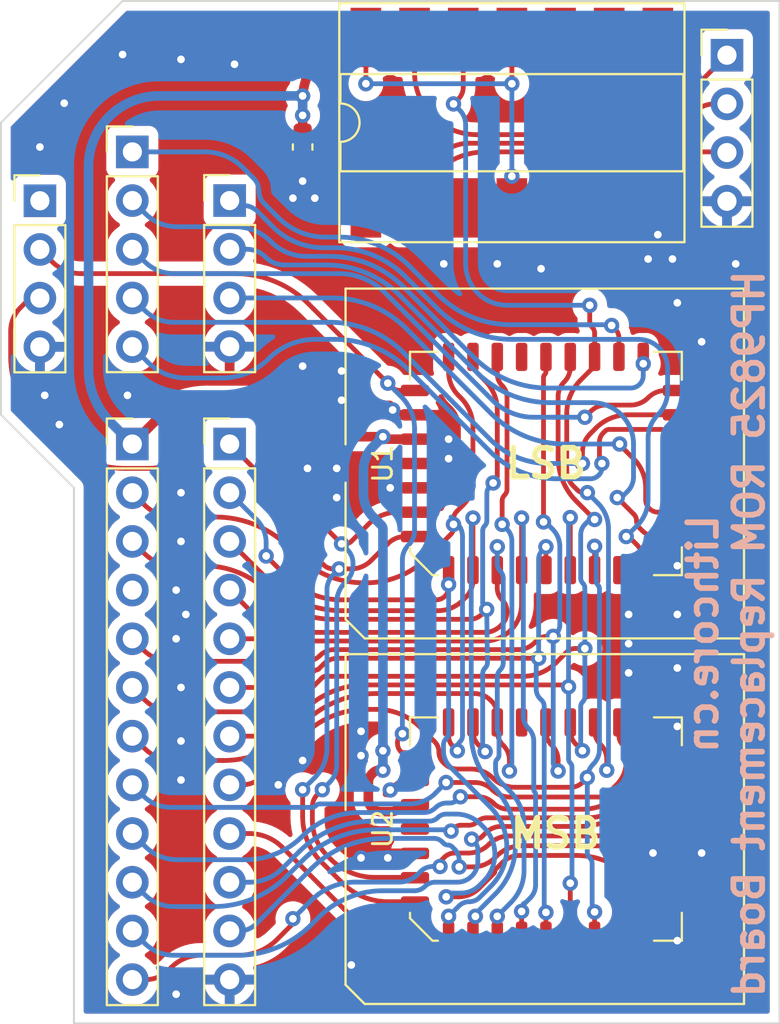
<source format=kicad_pcb>
(kicad_pcb (version 20211014) (generator pcbnew)
  (layers (0 "F.Cu" signal) (31 "B.Cu" signal) (34 "B.Paste" user) (35 "F.Paste" user) (36 "B.SilkS" user "B.Silkscreen") (37 "F.SilkS" user "F.Silkscreen") (38 "B.Mask" user) (39 "F.Mask" user) (44 "Edge.Cuts" user))
  (net 0 "")
  (net 1 "+5V")
  (net 2 "GND")
  (net 3 "/D7")
  (net 4 "/D6")
  (net 5 "/D5")
  (net 6 "/D4")
  (net 7 "/D3")
  (net 8 "/A8")
  (net 9 "/A9")
  (net 10 "/~{OE}")
  (net 11 "/A10")
  (net 12 "/A11")
  (net 13 "/D15")
  (net 14 "/D14")
  (net 15 "/D13")
  (net 16 "/D12")
  (net 17 "/D11")
  (net 18 "/A14")
  (net 19 "/A13")
  (net 20 "/A12")
  (net 21 "/~{CS20K}")
  (net 22 "/~{CS10K}")
  (net 23 "/~{CS0K}")
  (net 24 "/D0")
  (net 25 "/D1")
  (net 26 "/D2")
  (net 27 "/A7")
  (net 28 "/A6")
  (net 29 "/A5")
  (net 30 "/A4")
  (net 31 "/A3")
  (net 32 "/A2")
  (net 33 "/A1")
  (net 34 "/A0")
  (net 35 "/D8")
  (net 36 "/D9")
  (net 37 "/D10")
  (net 41 "/~{CE}")
  (footprint "Connector_PinHeader_2.54mm:PinHeader_1x12_P2.54mm_Vertical" (layer "F.Cu") (at 167.64 96.52)
    (fp_text reference "J1RD1" hide)
    (fp_text value "Conn_01x12" hide)
  )
  (footprint "Connector_PinHeader_2.54mm:PinHeader_1x12_P2.54mm_Vertical" (layer "F.Cu") (at 162.56 96.52)
    (fp_text reference "J1LD1" hide)
    (fp_text value "Conn_01x12" hide)
  )
  (footprint "Connector_PinHeader_2.54mm:PinHeader_1x04_P2.54mm_Vertical" (layer "F.Cu") (at 193.5988 76.2354)
    (fp_text reference "J4" hide)
    (fp_text value "Conn_01x04" hide)
  )
  (footprint "Connector_PinHeader_2.54mm:PinHeader_1x04_P2.54mm_Vertical" (layer "F.Cu") (at 167.64 83.82)
    (fp_text reference "J1RU1" hide)
    (fp_text value "Conn_01x04" hide)
  )
  (footprint "Capacitor_SMD:C_0603_1608Metric" (layer "F.Cu") (at 171.45 81.026 -90)
    (fp_text reference "C1" hide)
    (fp_text value "100nF" hide)
  )
  (footprint "Package_DIP:DIP-14_W8.89mm_SMDSocket_LongPads" (layer "F.Cu") (at 182.372 79.756 90)
    (fp_text reference "U3" hide)
    (fp_text value "74LS11" hide)
  )
  (footprint "PLCC32_SMT_Socket:PLCC-32_11.4x14.0mm_P1.27mm" (layer "F.Cu") (at 184.15 97.536 90)
    (fp_text reference "U1")
    (fp_text value "27C512PLCC")
  )
  (footprint "Connector_PinHeader_2.54mm:PinHeader_1x04_P2.54mm_Vertical" (layer "F.Cu") (at 157.734 83.83)
    (fp_text reference "J3" hide)
    (fp_text value "Conn_01x04" hide)
  )
  (footprint "PLCC32_SMT_Socket:PLCC-32_11.4x14.0mm_P1.27mm" (layer "F.Cu") (at 184.15 116.606 90)
    (fp_text reference "U2")
    (fp_text value "27C512PLCC")
  )
  (footprint "Connector_PinHeader_2.54mm:PinHeader_1x05_P2.54mm_Vertical" (layer "F.Cu") (at 162.56 81.28)
    (fp_text reference "J1LU1" hide)
    (fp_text value "Conn_01x05" hide)
  )
  (gr_line (start 155.702 79.756) (end 162.052 73.406) (layer "Edge.Cuts") (width 0.1))
  (gr_line (start 196.342 73.406) (end 196.342 91.186) (layer "Edge.Cuts") (width 0.1))
  (gr_line (start 162.052 73.406) (end 196.342 73.406) (layer "Edge.Cuts") (width 0.1))
  (gr_line (start 196.342 91.186) (end 196.342 126.746) (layer "Edge.Cuts") (width 0.1))
  (gr_line (start 159.512 98.806) (end 155.702 94.996) (layer "Edge.Cuts") (width 0.1))
  (gr_line (start 155.702 94.996) (end 155.702 79.756) (layer "Edge.Cuts") (width 0.1))
  (gr_line (start 159.512 126.746) (end 159.512 98.806) (layer "Edge.Cuts") (width 0.1))
  (gr_line (start 196.342 126.746) (end 159.512 126.746) (layer "Edge.Cuts") (width 0.1))
  (gr_text "Lithcore.cn\nHP9825 ROM Replacement Board" (at 193.548 106.426 90) (layer "B.SilkS") (effects (font (size 1.5 1.5) (thickness 0.3)) (justify mirror)))
  (gr_text "MSB" (at 184.658 116.84) (layer "F.SilkS") (effects (font (size 1.5 1.5) (thickness 0.3))))
  (gr_text "LSB" (at 184.15 97.536) (layer "F.SilkS") (effects (font (size 1.5 1.5) (thickness 0.3))))
  (segment (start 175.857802 96.266) (end 177.3125 96.266) (width 0.5) (layer "F.Cu") (net 1))
  (segment (start 172.402499 76.263499) (end 172.861085 75.804914) (width 0.5) (layer "F.Cu") (net 1))
  (segment (start 171.45 78.563038) (end 171.45 80.251) (width 0.5) (layer "F.Cu") (net 1))
  (segment (start 187.280098 75.355901) (end 187.198 75.438) (width 0.25) (layer "F.Cu") (net 1))
  (segment (start 175.069499 113.728499) (end 175.125296 113.672703) (width 0.5) (layer "F.Cu") (net 1))
  (segment (start 166.462446 94.234) (end 169.340961 94.234) (width 0.5) (layer "F.Cu") (net 1))
  (segment (start 174.0535 75.311) (end 174.752 75.311) (width 0.5) (layer "F.Cu") (net 1))
  (segment (start 176.749722 115.4195) (end 177.169956 115.4195) (width 0.5) (layer "F.Cu") (net 1))
  (segment (start 175.7045 96.2025) (end 175.641 96.139) (width 0.5) (layer "F.Cu") (net 1))
  (segment (start 175.641 112.522) (end 175.641 113.538) (width 0.5) (layer "F.Cu") (net 1))
  (segment (start 173.940038 96.139) (end 175.641 96.139) (width 0.5) (layer "F.Cu") (net 1))
  (segment (start 179.832 84.201) (end 184.912 84.201) (width 0.25) (layer "F.Cu") (net 1))
  (segment (start 182.372 75.311) (end 182.372 77.724) (width 0.25) (layer "F.Cu") (net 1))
  (segment (start 163.703 95.377) (end 162.56 96.52) (width 0.5) (layer "F.Cu") (net 1))
  (segment (start 175.4505 113.538) (end 175.641 113.538) (width 0.5) (layer "F.Cu") (net 1))
  (segment (start 177.27075 115.37775) (end 177.3125 115.336) (width 0.5) (layer "F.Cu") (net 1))
  (segment (start 174.752 77.724) (end 174.752 75.311) (width 0.25) (layer "F.Cu") (net 1))
  (segment (start 187.3885 75.311) (end 182.372 75.311) (width 0.25) (layer "F.Cu") (net 1))
  (segment (start 174.879 114.188407) (end 174.879 115.046592) (width 0.5) (layer "F.Cu") (net 1))
  (segment (start 175.529407 115.697) (end 176.079777 115.697) (width 0.5) (layer "F.Cu") (net 1))
  (via (at 171.45 78.359) (size 0.8) (drill 0.4) (layers "F.Cu" "B.Cu") (net 1))
  (via (at 175.641 96.139) (size 0.8) (drill 0.4) (layers "F.Cu" "B.Cu") (net 1))
  (via (at 174.752 77.724) (size 0.8) (drill 0.4) (layers "F.Cu" "B.Cu") (net 1))
  (via (at 175.641 112.522) (size 0.8) (drill 0.4) (layers "F.Cu" "B.Cu") (net 1))
  (via (at 175.641 113.538) (size 0.8) (drill 0.4) (layers "F.Cu" "B.Cu") (net 1))
  (via (at 182.372 82.55) (size 0.8) (drill 0.4) (layers "F.Cu" "B.Cu") (net 1))
  (via (at 182.372 77.724) (size 0.8) (drill 0.4) (layers "F.Cu" "B.Cu") (net 1))
  (via (at 171.45 79.375) (size 0.8) (drill 0.4) (layers "F.Cu" "B.Cu") (net 1))
  (arc (start 175.7045 96.2025) (mid 175.774835 96.249496) (end 175.857802 96.266) (width 0.5) (layer "F.Cu") (net 1))
  (arc (start 187.3885 75.311) (mid 187.3885 75.311) (end 187.3885 75.311) (width 0.25) (layer "F.Cu") (net 1))
  (arc (start 166.462446 94.234) (mid 164.969044 94.531056) (end 163.703 95.377) (width 0.5) (layer "F.Cu") (net 1))
  (arc (start 171.6405 95.1865) (mid 172.695537 95.891453) (end 173.940038 96.139) (width 0.5) (layer "F.Cu") (net 1))
  (arc (start 175.0695 115.5065) (mid 175.280507 115.64749) (end 175.529407 115.697) (width 0.5) (layer "F.Cu") (net 1))
  (arc (start 177.27075 115.37775) (mid 177.224505 115.408649) (end 177.169956 115.4195) (width 0.5) (layer "F.Cu") (net 1))
  (arc (start 176.41475 115.55825) (mid 176.261063 115.66094) (end 176.079777 115.697) (width 0.5) (layer "F.Cu") (net 1))
  (arc (start 174.0535 75.311) (mid 173.408169 75.439364) (end 172.861085 75.804914) (width 0.5) (layer "F.Cu") (net 1))
  (arc (start 171.6405 95.1865) (mid 170.585462 94.481546) (end 169.340961 94.234) (width 0.5) (layer "F.Cu") (net 1))
  (arc (start 174.879 115.046592) (mid 174.928509 115.295492) (end 175.0695 115.5065) (width 0.5) (layer "F.Cu") (net 1))
  (arc (start 172.402499 76.263499) (mid 171.697546 77.318536) (end 171.45 78.563038) (width 0.5) (layer "F.Cu") (net 1))
  (arc (start 176.749722 115.4195) (mid 176.568436 115.455559) (end 176.41475 115.55825) (width 0.5) (layer "F.Cu") (net 1))
  (arc (start 175.069499 113.728499) (mid 174.928509 113.939506) (end 174.879 114.188407) (width 0.5) (layer "F.Cu") (net 1))
  (arc (start 175.4505 113.538) (mid 175.2745 113.573008) (end 175.125296 113.672703) (width 0.5) (layer "F.Cu") (net 1))
  (arc (start 187.3885 75.311) (mid 187.329833 75.322669) (end 187.280098 75.355901) (width 0.25) (layer "F.Cu") (net 1))
  (segment (start 171.45 78.359) (end 171.45 79.375) (width 0.5) (layer "B.Cu") (net 1))
  (segment (start 175.133 96.647) (end 175.641 96.139) (width 0.5) (layer "B.Cu") (net 1))
  (segment (start 175.641 100.965) (end 175.641 101.219) (width 0.5) (layer "B.Cu") (net 1))
  (segment (start 175.641 101.219) (end 175.641 113.538) (width 0.5) (layer "B.Cu") (net 1))
  (segment (start 182.372 77.724) (end 174.752 77.724) (width 0.25) (layer "B.Cu") (net 1))
  (segment (start 175.551197 100.748197) (end 175.133 100.33) (width 0.5) (layer "B.Cu") (net 1))
  (segment (start 182.372 77.724) (end 182.372 82.55) (width 0.25) (layer "B.Cu") (net 1))
  (segment (start 174.625 97.87342) (end 174.625 99.103579) (width 0.5) (layer "B.Cu") (net 1))
  (segment (start 171.45 78.359) (end 163.959643 78.359) (width 0.5) (layer "B.Cu") (net 1))
  (segment (start 160.274 82.044643) (end 160.274 92.617553) (width 0.5) (layer "B.Cu") (net 1))
  (segment (start 161.417 95.377) (end 162.56 96.52) (width 0.5) (layer "B.Cu") (net 1))
  (arc (start 175.133 96.647) (mid 174.757024 97.209686) (end 174.625 97.87342) (width 0.5) (layer "B.Cu") (net 1))
  (arc (start 161.3535 79.4385) (mid 160.554552 80.634208) (end 160.274 82.044643) (width 0.5) (layer "B.Cu") (net 1))
  (arc (start 175.551197 100.748197) (mid 175.61766 100.847667) (end 175.641 100.965) (width 0.5) (layer "B.Cu") (net 1))
  (arc (start 163.959643 78.359) (mid 162.549208 78.639552) (end 161.3535 79.4385) (width 0.5) (layer "B.Cu") (net 1))
  (arc (start 160.274 92.617553) (mid 160.571056 94.110955) (end 161.417 95.377) (width 0.5) (layer "B.Cu") (net 1))
  (arc (start 174.625 99.103579) (mid 174.757024 99.767313) (end 175.133 100.33) (width 0.5) (layer "B.Cu") (net 1))
  (segment (start 171.45 82.804) (end 171.45 81.801) (width 0.25) (layer "F.Cu") (net 2))
  (segment (start 176.294462 117.876) (end 177.3125 117.876) (width 0.25) (layer "F.Cu") (net 2))
  (segment (start 176.022 114.5695) (end 176.27375 114.31775) (width 0.25) (layer "F.Cu") (net 2))
  (segment (start 176.881528 114.066) (end 177.3125 114.066) (width 0.25) (layer "F.Cu") (net 2))
  (segment (start 176.012 117.993) (end 175.895 118.11) (width 0.25) (layer "F.Cu") (net 2))
  (segment (start 192.278 117.856) (end 189.738 117.856) (width 0.25) (layer "F.Cu") (net 2))
  (via (at 157.988 93.98) (size 0.8) (drill 0.4) (layers "F.Cu" "B.Cu") (net 2))
  (via (at 164.846 104.14) (size 0.8) (drill 0.4) (layers "F.Cu" "B.Cu") (net 2))
  (via (at 165.1 112.014) (size 0.8) (drill 0.4) (layers "F.Cu" "B.Cu") (net 2))
  (via (at 172.085 83.693) (size 0.8) (drill 0.4) (layers "F.Cu" "B.Cu") (net 2))
  (via (at 191.008 102.87) (size 0.8) (drill 0.4) (layers "F.Cu" "B.Cu") (net 2))
  (via (at 179.07 97.282) (size 0.8) (drill 0.4) (layers "F.Cu" "B.Cu") (net 2))
  (via (at 175.895 118.11) (size 0.8) (drill 0.4) (layers "F.Cu" "B.Cu") (net 2))
  (via (at 192.278 91.186) (size 0.8) (drill 0.4) (layers "F.Cu" "B.Cu") (net 2))
  (via (at 174.498 112.776) (size 0.8) (drill 0.4) (layers "F.Cu" "B.Cu") (net 2))
  (via (at 176.149 94.742) (size 0.8) (drill 0.4) (layers "F.Cu" "B.Cu") (net 2))
  (via (at 170.18 114.3) (size 0.8) (drill 0.4) (layers "F.Cu" "B.Cu") (net 2))
  (via (at 191.008 105.41) (size 0.8) (drill 0.4) (layers "F.Cu" "B.Cu") (net 2))
  (via (at 183.896 87.376) (size 0.8) (drill 0.4) (layers "F.Cu" "B.Cu") (net 2))
  (via (at 181.61 87.122) (size 0.8) (drill 0.4) (layers "F.Cu" "B.Cu") (net 2))
  (via (at 171.45 92.456) (size 0.8) (drill 0.4) (layers "F.Cu" "B.Cu") (net 2))
  (via (at 178.816 87.122) (size 0.8) (drill 0.4) (layers "F.Cu" "B.Cu") (net 2))
  (via (at 190.754 86.868) (size 0.8) (drill 0.4) (layers "F.Cu" "B.Cu") (net 2))
  (via (at 162.306 93.98) (size 0.8) (drill 0.4) (layers "F.Cu" "B.Cu") (net 2))
  (via (at 173.482 92.71) (size 0.8) (drill 0.4) (layers "F.Cu" "B.Cu") (net 2))
  (via (at 173.99 123.698) (size 0.8) (drill 0.4) (layers "F.Cu" "B.Cu") (net 2))
  (via (at 173.482 94.234) (size 0.8) (drill 0.4) (layers "F.Cu" "B.Cu") (net 2))
  (via (at 191.008 111.252) (size 0.8) (drill 0.4) (layers "F.Cu" "B.Cu") (net 2))
  (via (at 192.278 117.856) (size 0.8) (drill 0.4) (layers "F.Cu" "B.Cu") (net 2))
  (via (at 179.07 96.266) (size 0.8) (drill 0.4) (layers "F.Cu" "B.Cu") (net 2))
  (via (at 173.228 99.314) (size 0.8) (drill 0.4) (layers "F.Cu" "B.Cu") (net 2))
  (via (at 158.75 95.504) (size 0.8) (drill 0.4) (layers "F.Cu" "B.Cu") (net 2))
  (via (at 164.846 106.68) (size 0.8) (drill 0.4) (layers "F.Cu" "B.Cu") (net 2))
  (via (at 189.992 85.598) (size 0.8) (drill 0.4) (layers "F.Cu" "B.Cu") (net 2))
  (via (at 188.468 106.934) (size 0.8) (drill 0.4) (layers "F.Cu" "B.Cu") (net 2))
  (via (at 194.056 87.122) (size 0.8) (drill 0.4) (layers "F.Cu" "B.Cu") (net 2))
  (via (at 189.738 117.856) (size 0.8) (drill 0.4) (layers "F.Cu" "B.Cu") (net 2))
  (via (at 170.942 83.693) (size 0.8) (drill 0.4) (layers "F.Cu" "B.Cu") (net 2))
  (via (at 191.008 89.154) (size 0.8) (drill 0.4) (layers "F.Cu" "B.Cu") (net 2))
  (via (at 171.45 113.03) (size 0.8) (drill 0.4) (layers "F.Cu" "B.Cu") (net 2))
  (via (at 171.45 82.804) (size 0.8) (drill 0.4) (layers "F.Cu" "B.Cu") (net 2))
  (via (at 162.052 76.2) (size 0.8) (drill 0.4) (layers "F.Cu" "B.Cu") (net 2))
  (via (at 159.004 78.74) (size 0.8) (drill 0.4) (layers "F.Cu" "B.Cu") (net 2))
  (via (at 188.468 105.41) (size 0.8) (drill 0.4) (layers "F.Cu" "B.Cu") (net 2))
  (via (at 165.1 76.454) (size 0.8) (drill 0.4) (layers "F.Cu" "B.Cu") (net 2))
  (via (at 173.228 97.79) (size 0.8) (drill 0.4) (layers "F.Cu" "B.Cu") (net 2))
  (via (at 174.498 118.11) (size 0.8) (drill 0.4) (layers "F.Cu" "B.Cu") (net 2))
  (via (at 171.704 97.79) (size 0.8) (drill 0.4) (layers "F.Cu" "B.Cu") (net 2))
  (via (at 167.894 76.708) (size 0.8) (drill 0.4) (layers "F.Cu" "B.Cu") (net 2))
  (via (at 165.1 99.06) (size 0.8) (drill 0.4) (layers "F.Cu" "B.Cu") (net 2))
  (via (at 165.354 105.41) (size 0.8) (drill 0.4) (layers "F.Cu" "B.Cu") (net 2))
  (via (at 191.008 108.204) (size 0.8) (drill 0.4) (layers "F.Cu" "B.Cu") (net 2))
  (via (at 165.1 109.22) (size 0.8) (drill 0.4) (layers "F.Cu" "B.Cu") (net 2))
  (via (at 189.484 86.868) (size 0.8) (drill 0.4) (layers "F.Cu" "B.Cu") (net 2))
  (via (at 191.008 122.428) (size 0.8) (drill 0.4) (layers "F.Cu" "B.Cu") (net 2))
  (via (at 188.468 108.458) (size 0.8) (drill 0.4) (layers "F.Cu" "B.Cu") (net 2))
  (via (at 165.1 114.046) (size 0.8) (drill 0.4) (layers "F.Cu" "B.Cu") (net 2))
  (via (at 174.498 111.506) (size 0.8) (drill 0.4) (layers "F.Cu" "B.Cu") (net 2))
  (via (at 176.022 98.806) (size 0.8) (drill 0.4) (layers "F.Cu" "B.Cu") (net 2))
  (via (at 157.734 81.026) (size 0.8) (drill 0.4) (layers "F.Cu" "B.Cu") (net 2))
  (via (at 164.846 125.222) (size 0.8) (drill 0.4) (layers "F.Cu" "B.Cu") (net 2))
  (via (at 176.022 114.5695) (size 0.8) (drill 0.4) (layers "F.Cu" "B.Cu") (net 2))
  (via (at 165.1 101.6) (size 0.8) (drill 0.4) (layers "F.Cu" "B.Cu") (net 2))
  (arc (start 176.294462 117.876) (mid 176.141594 117.906407) (end 176.012 117.993) (width 0.25) (layer "F.Cu") (net 2))
  (arc (start 176.881528 114.066) (mid 176.5526 114.131427) (end 176.27375 114.31775) (width 0.25) (layer "F.Cu") (net 2))
  (segment (start 187.7695 90.525) (end 187.579 90.3345) (width 0.25) (layer "F.Cu") (net 3))
  (segment (start 187.96 90.984907) (end 187.96 91.9735) (width 0.25) (layer "F.Cu") (net 3))
  (via (at 187.579 90.3345) (size 0.8) (drill 0.4) (layers "F.Cu" "B.Cu") (net 3))
  (arc (start 187.7695 90.525) (mid 187.91049 90.736007) (end 187.96 90.984907) (width 0.25) (layer "F.Cu") (net 3))
  (segment (start 166.345566 81.28) (end 162.56 81.28) (width 0.25) (layer "B.Cu") (net 3))
  (segment (start 177.040643 87.251643) (end 178.492207 88.703207) (width 0.25) (layer "B.Cu") (net 3))
  (segment (start 170.18 84.709) (end 169.433407 83.962407) (width 0.25) (layer "B.Cu") (net 3))
  (segment (start 186.309 90.297) (end 186.69 90.297) (width 0.25) (layer "B.Cu") (net 3))
  (segment (start 186.309 90.297) (end 185.547 90.297) (width 0.25) (layer "B.Cu") (net 3))
  (segment (start 185.547 90.297) (end 186.309 90.297) (width 0.25) (layer "B.Cu") (net 3))
  (segment (start 173.355 85.725) (end 172.63284 85.725) (width 0.25) (layer "B.Cu") (net 3))
  (segment (start 186.309 90.297) (end 187.514983 90.297) (width 0.25) (layer "B.Cu") (net 3))
  (segment (start 168.894592 82.661592) (end 168.3385 82.1055) (width 0.25) (layer "B.Cu") (net 3))
  (segment (start 187.579 90.3345) (end 187.56025 90.31575) (width 0.25) (layer "B.Cu") (net 3))
  (segment (start 185.547 90.297) (end 182.339963 90.297) (width 0.25) (layer "B.Cu") (net 3))
  (arc (start 170.18 84.709) (mid 171.305372 85.46095) (end 172.63284 85.725) (width 0.25) (layer "B.Cu") (net 3))
  (arc (start 168.894592 82.661592) (mid 169.093983 82.960001) (end 169.164 83.312) (width 0.25) (layer "B.Cu") (net 3))
  (arc (start 178.492207 88.703207) (mid 180.257572 89.882786) (end 182.339963 90.297) (width 0.25) (layer "B.Cu") (net 3))
  (arc (start 169.164 83.312) (mid 169.234016 83.663997) (end 169.433407 83.962407) (width 0.25) (layer "B.Cu") (net 3))
  (arc (start 168.3385 82.1055) (mid 167.424134 81.49454) (end 166.345566 81.28) (width 0.25) (layer "B.Cu") (net 3))
  (arc (start 187.56025 90.31575) (mid 187.539481 90.301872) (end 187.514983 90.297) (width 0.25) (layer "B.Cu") (net 3))
  (arc (start 186.309 90.297) (mid 186.309 90.297) (end 186.309 90.297) (width 0.25) (layer "B.Cu") (net 3))
  (arc (start 177.040643 87.251643) (mid 175.349655 86.121761) (end 173.355 85.725) (width 0.25) (layer "B.Cu") (net 3))
  (via (at 189.23 92.329) (size 0.8) (drill 0.4) (layers "F.Cu" "B.Cu") (net 4))
  (segment (start 164.8902 85.185) (end 167.92352 85.185) (width 0.25) (layer "B.Cu") (net 4))
  (segment (start 176.718584 88.323792) (end 180.399999 92.005207) (width 0.25) (layer "B.Cu") (net 4))
  (segment (start 189.23 92.329) (end 189.23 92.948592) (width 0.25) (layer "B.Cu") (net 4))
  (segment (start 188.579592 93.599) (end 184.247755 93.599) (width 0.25) (layer "B.Cu") (net 4))
  (segment (start 163.2425 84.5025) (end 162.56 83.82) (width 0.25) (layer "B.Cu") (net 4))
  (segment (start 171.653479 86.73) (end 172.870828 86.73) (width 0.25) (layer "B.Cu") (net 4))
  (arc (start 176.718584 88.323792) (mid 174.953218 87.144213) (end 172.870828 86.73) (width 0.25) (layer "B.Cu") (net 4))
  (arc (start 169.7885 85.9575) (mid 168.932839 85.385766) (end 167.92352 85.185) (width 0.25) (layer "B.Cu") (net 4))
  (arc (start 163.2425 84.5025) (mid 163.998471 85.007624) (end 164.8902 85.185) (width 0.25) (layer "B.Cu") (net 4))
  (arc (start 180.399999 92.005207) (mid 182.165364 93.184786) (end 184.247755 93.599) (width 0.25) (layer "B.Cu") (net 4))
  (arc (start 189.23 92.948592) (mid 189.18049 93.197492) (end 189.0395 93.4085) (width 0.25) (layer "B.Cu") (net 4))
  (arc (start 189.0395 93.4085) (mid 188.828492 93.54949) (end 188.579592 93.599) (width 0.25) (layer "B.Cu") (net 4))
  (arc (start 169.7885 85.9575) (mid 170.644159 86.529233) (end 171.653479 86.73) (width 0.25) (layer "B.Cu") (net 4))
  (segment (start 190.403815 93.726) (end 190.9875 93.726) (width 0.25) (layer "F.Cu") (net 5))
  (segment (start 186.182 95.123) (end 186.4995 94.8055) (width 0.25) (layer "F.Cu") (net 5))
  (segment (start 188.564184 94.488) (end 187.266012 94.488) (width 0.25) (layer "F.Cu") (net 5))
  (via (at 186.182 95.123) (size 0.8) (drill 0.4) (layers "F.Cu" "B.Cu") (net 5))
  (arc (start 190.403815 93.726) (mid 189.906014 93.825018) (end 189.484 94.107) (width 0.25) (layer "F.Cu") (net 5))
  (arc (start 187.266012 94.488) (mid 186.851178 94.570515) (end 186.4995 94.8055) (width 0.25) (layer "F.Cu") (net 5))
  (arc (start 189.484 94.107) (mid 189.061984 94.388981) (end 188.564184 94.488) (width 0.25) (layer "F.Cu") (net 5))
  (segment (start 184.9755 95.123) (end 184.5945 95.123) (width 0.25) (layer "B.Cu") (net 5))
  (segment (start 184.5945 95.123) (end 184.9755 95.123) (width 0.25) (layer "B.Cu") (net 5))
  (segment (start 184.5945 95.123) (end 184.404 95.123) (width 0.25) (layer "B.Cu") (net 5))
  (segment (start 181.346974 94.224974) (end 175.739828 88.617828) (width 0.25) (layer "B.Cu") (net 5))
  (segment (start 184.5945 95.123) (end 183.515 95.123) (width 0.25) (layer "B.Cu") (net 5))
  (segment (start 184.9755 95.123) (end 186.182 95.123) (width 0.25) (layer "B.Cu") (net 5))
  (segment (start 173.355 87.63) (end 170.561 87.63) (width 0.25) (layer "B.Cu") (net 5))
  (segment (start 163.195 86.995) (end 162.56 86.36) (width 0.25) (layer "B.Cu") (net 5))
  (segment (start 170.561 87.63) (end 164.728025 87.63) (width 0.25) (layer "B.Cu") (net 5))
  (arc (start 184.5945 95.123) (mid 184.5945 95.123) (end 184.5945 95.123) (width 0.25) (layer "B.Cu") (net 5))
  (arc (start 181.346974 94.224974) (mid 182.341672 94.88961) (end 183.515 95.123) (width 0.25) (layer "B.Cu") (net 5))
  (arc (start 175.739828 88.617828) (mid 174.645659 87.886728) (end 173.355 87.63) (width 0.25) (layer "B.Cu") (net 5))
  (arc (start 163.195 86.995) (mid 163.898357 87.464968) (end 164.728025 87.63) (width 0.25) (layer "B.Cu") (net 5))
  (segment (start 188.437445 94.996) (end 190.9875 94.996) (width 0.25) (layer "F.Cu") (net 6))
  (segment (start 186.459605 95.986998) (end 186.752802 95.693802) (width 0.25) (layer "F.Cu") (net 6))
  (segment (start 186.055 96.963802) (end 186.055 97.536) (width 0.25) (layer "F.Cu") (net 6))
  (via (at 186.055 97.536) (size 0.8) (drill 0.4) (layers "F.Cu" "B.Cu") (net 6))
  (arc (start 186.459605 95.986998) (mid 186.160153 96.435159) (end 186.055 96.963802) (width 0.25) (layer "F.Cu") (net 6))
  (arc (start 188.437445 94.996) (mid 187.525722 95.177352) (end 186.752802 95.693802) (width 0.25) (layer "F.Cu") (net 6))
  (segment (start 164.728025 90.17) (end 172.879036 90.17) (width 0.25) (layer "B.Cu") (net 6))
  (segment (start 184.277 97.536) (end 186.055 97.536) (width 0.25) (layer "B.Cu") (net 6))
  (segment (start 163.195 89.535) (end 162.56 88.9) (width 0.25) (layer "B.Cu") (net 6))
  (segment (start 176.726792 91.763792) (end 181.241764 96.278764) (width 0.25) (layer "B.Cu") (net 6))
  (arc (start 163.195 89.535) (mid 163.898357 90.004968) (end 164.728025 90.17) (width 0.25) (layer "B.Cu") (net 6))
  (arc (start 181.241764 96.278764) (mid 182.634342 97.209255) (end 184.277 97.536) (width 0.25) (layer "B.Cu") (net 6))
  (arc (start 176.726792 91.763792) (mid 174.961426 90.584213) (end 172.879036 90.17) (width 0.25) (layer "B.Cu") (net 6))
  (segment (start 187.0075 97.4725) (end 187.071 97.536) (width 0.25) (layer "F.Cu") (net 7))
  (segment (start 187.071 97.536) (end 187.198 97.409) (width 0.25) (layer "F.Cu") (net 7))
  (segment (start 187.706 95.758) (end 190.120289 95.758) (width 0.25) (layer "F.Cu") (net 7))
  (segment (start 187.235197 95.847802) (end 187.1345 95.9485) (width 0.25) (layer "F.Cu") (net 7))
  (segment (start 190.7335 96.012) (end 190.9875 96.266) (width 0.25) (layer "F.Cu") (net 7))
  (segment (start 187.706 95.758) (end 187.452 95.758) (width 0.25) (layer "F.Cu") (net 7))
  (segment (start 186.944 96.408407) (end 186.944 97.319197) (width 0.25) (layer "F.Cu") (net 7))
  (via (at 187.071 97.536) (size 0.8) (drill 0.4) (layers "F.Cu" "B.Cu") (net 7))
  (arc (start 187.1345 95.9485) (mid 186.993509 96.159507) (end 186.944 96.408407) (width 0.25) (layer "F.Cu") (net 7))
  (arc (start 187.452 95.758) (mid 187.334667 95.781338) (end 187.235197 95.847802) (width 0.25) (layer "F.Cu") (net 7))
  (arc (start 186.944 97.319197) (mid 186.960503 97.402164) (end 187.0075 97.4725) (width 0.25) (layer "F.Cu") (net 7))
  (arc (start 190.7335 96.012) (mid 190.452156 95.824012) (end 190.120289 95.758) (width 0.25) (layer "F.Cu") (net 7))
  (segment (start 176.979396 92.652792) (end 181.21997 96.893366) (width 0.25) (layer "B.Cu") (net 7))
  (segment (start 186.476416 98.330701) (end 184.690003 98.330701) (width 0.25) (layer "B.Cu") (net 7))
  (segment (start 172.114547 91.059) (end 173.13164 91.059) (width 0.25) (layer "B.Cu") (net 7))
  (segment (start 163.378221 92.258221) (end 162.56 91.44) (width 0.25) (layer "B.Cu") (net 7))
  (segment (start 187.071 97.759201) (end 187.071 97.536) (width 0.25) (layer "B.Cu") (net 7))
  (segment (start 187.071 97.536) (end 187.071 97.728402) (width 0.25) (layer "B.Cu") (net 7))
  (segment (start 186.913172 98.140228) (end 186.89685 98.156551) (width 0.25) (layer "B.Cu") (net 7))
  (segment (start 167.244009 93.076443) (end 165.353582 93.076443) (width 0.25) (layer "B.Cu") (net 7))
  (arc (start 172.114547 91.059) (mid 170.796589 91.321158) (end 169.679278 92.067721) (width 0.25) (layer "B.Cu") (net 7))
  (arc (start 186.89685 98.156551) (mid 186.703953 98.28544) (end 186.476416 98.330701) (width 0.25) (layer "B.Cu") (net 7))
  (arc (start 181.21997 96.893366) (mid 182.812034 97.957149) (end 184.690003 98.330701) (width 0.25) (layer "B.Cu") (net 7))
  (arc (start 163.378221 92.258221) (mid 164.284524 92.863794) (end 165.353582 93.076443) (width 0.25) (layer "B.Cu") (net 7))
  (arc (start 169.679278 92.067721) (mid 168.561967 92.814284) (end 167.244009 93.076443) (width 0.25) (layer "B.Cu") (net 7))
  (arc (start 176.979396 92.652792) (mid 175.21403 91.473213) (end 173.13164 91.059) (width 0.25) (layer "B.Cu") (net 7))
  (arc (start 187.071 97.759201) (mid 187.029981 97.965411) (end 186.913172 98.140228) (width 0.25) (layer "B.Cu") (net 7))
  (segment (start 179.07 111.744412) (end 179.07 111.0435) (width 0.25) (layer "F.Cu") (net 8))
  (segment (start 170.757792 101.923792) (end 171.156159 102.322159) (width 0.25) (layer "F.Cu") (net 8))
  (segment (start 179.324 100.711) (end 179.324 100.457) (width 0.25) (layer "F.Cu") (net 8))
  (segment (start 180.34 98.468579) (end 180.34 95.640025) (width 0.25) (layer "F.Cu") (net 8))
  (segment (start 163.195 99.695) (end 162.56 99.06) (width 0.25) (layer "F.Cu") (net 8))
  (segment (start 179.578321 93.980321) (end 179.705 94.107) (width 0.25) (layer "F.Cu") (net 8))
  (segment (start 179.07 92.753125) (end 179.07 92.03425) (width 0.25) (layer "F.Cu") (net 8))
  (segment (start 174.771146 103.759) (end 174.625 103.759) (width 0.25) (layer "F.Cu") (net 8))
  (segment (start 166.910036 100.33) (end 164.728025 100.33) (width 0.25) (layer "F.Cu") (net 8))
  (segment (start 179.29775 112.29425) (end 179.5255 112.522) (width 0.25) (layer "F.Cu") (net 8))
  (segment (start 179.189296 101.226703) (end 177.9905 102.4255) (width 0.25) (layer "F.Cu") (net 8))
  (segment (start 179.324 100.9015) (end 179.324 100.711) (width 0.25) (layer "F.Cu") (net 8))
  (segment (start 179.831999 99.694999) (end 179.503605 100.023394) (width 0.25) (layer "F.Cu") (net 8))
  (via (at 179.5255 112.522) (size 0.8) (drill 0.4) (layers "F.Cu" "B.Cu") (net 8))
  (via (at 179.324 100.711) (size 0.8) (drill 0.4) (layers "F.Cu" "B.Cu") (net 8))
  (arc (start 163.195 99.695) (mid 163.898357 100.164968) (end 164.728025 100.33) (width 0.25) (layer "F.Cu") (net 8))
  (arc (start 177.9905 102.4255) (mid 176.513447 103.412434) (end 174.771146 103.759) (width 0.25) (layer "F.Cu") (net 8))
  (arc (start 170.757792 101.923792) (mid 168.992426 100.744213) (end 166.910036 100.33) (width 0.25) (layer "F.Cu") (net 8))
  (arc (start 179.07 111.744412) (mid 179.12919 112.041982) (end 179.29775 112.29425) (width 0.25) (layer "F.Cu") (net 8))
  (arc (start 179.705 94.107) (mid 180.174968 94.810357) (end 180.34 95.640025) (width 0.25) (layer "F.Cu") (net 8))
  (arc (start 179.07 92.753125) (mid 179.202108 93.417278) (end 179.578321 93.980321) (width 0.25) (layer "F.Cu") (net 8))
  (arc (start 179.324 100.9015) (mid 179.288991 101.077498) (end 179.189296 101.226703) (width 0.25) (layer "F.Cu") (net 8))
  (arc (start 179.503605 100.023394) (mid 179.370677 100.222334) (end 179.324 100.457) (width 0.25) (layer "F.Cu") (net 8))
  (arc (start 171.156159 102.322159) (mid 172.747676 103.385577) (end 174.625 103.759) (width 0.25) (layer "F.Cu") (net 8))
  (arc (start 180.34 98.468579) (mid 180.207974 99.132313) (end 179.831999 99.694999) (width 0.25) (layer "F.Cu") (net 8))
  (segment (start 179.5255 112.522) (end 179.5255 112.35775) (width 0.25) (layer "B.Cu") (net 8))
  (segment (start 179.795 101.350849) (end 179.795 111.733434) (width 0.25) (layer "B.Cu") (net 8))
  (segment (start 179.496 100.629) (end 179.197 100.33) (width 0.25) (layer "B.Cu") (net 8))
  (segment (start 179.641642 112.077357) (end 179.66025 112.05875) (width 0.25) (layer "B.Cu") (net 8))
  (arc (start 179.641642 112.077357) (mid 179.555684 112.206002) (end 179.5255 112.35775) (width 0.25) (layer "B.Cu") (net 8))
  (arc (start 179.795 111.733434) (mid 179.759979 111.909493) (end 179.66025 112.05875) (width 0.25) (layer "B.Cu") (net 8))
  (arc (start 179.496 100.629) (mid 179.717292 100.960187) (end 179.795 101.350849) (width 0.25) (layer "B.Cu") (net 8))
  (segment (start 166.297947 102.87) (end 164.728025 102.87) (width 0.25) (layer "F.Cu") (net 9))
  (segment (start 180.34 92.286573) (end 180.34 91.98875) (width 0.25) (layer "F.Cu") (net 9))
  (segment (start 180.975 112.56275) (end 180.638222 112.225972) (width 0.25) (layer "F.Cu") (net 9))
  (segment (start 163.195 102.235) (end 162.56 101.6) (width 0.25) (layer "F.Cu") (net 9))
  (segment (start 181.50175 98.44375) (end 181.3935 98.552) (width 0.25) (layer "F.Cu") (net 9))
  (segment (start 181.057622 105.147281) (end 180.799262 105.40564) (width 0.25) (layer "F.Cu") (net 9))
  (segment (start 180.34 111.506) (end 180.34 111.08425) (width 0.25) (layer "F.Cu") (net 9))
  (segment (start 181.61 94.752421) (end 181.61 98.182411) (width 0.25) (layer "F.Cu") (net 9))
  (segment (start 180.975 93.219396) (end 180.550592 92.794988) (width 0.25) (layer "F.Cu") (net 9))
  (segment (start 180.175527 105.664) (end 173.04326 105.664) (width 0.25) (layer "F.Cu") (net 9))
  (via (at 180.975 112.56275) (size 0.8) (drill 0.4) (layers "F.Cu" "B.Cu") (net 9))
  (via (at 181.057622 105.147281) (size 0.8) (drill 0.4) (layers "F.Cu" "B.Cu") (net 9))
  (via (at 181.3935 98.552) (size 0.8) (drill 0.4) (layers "F.Cu" "B.Cu") (net 9))
  (arc (start 169.670604 104.267) (mid 171.217991 105.300931) (end 173.04326 105.664) (width 0.25) (layer "F.Cu") (net 9))
  (arc (start 180.799262 105.40564) (mid 180.51309 105.596854) (end 180.175527 105.664) (width 0.25) (layer "F.Cu") (net 9))
  (arc (start 181.61 98.182411) (mid 181.581866 98.323846) (end 181.50175 98.44375) (width 0.25) (layer "F.Cu") (net 9))
  (arc (start 163.195 102.235) (mid 163.898357 102.704968) (end 164.728025 102.87) (width 0.25) (layer "F.Cu") (net 9))
  (arc (start 180.34 111.506) (mid 180.417505 111.895646) (end 180.638222 112.225972) (width 0.25) (layer "F.Cu") (net 9))
  (arc (start 180.34 92.286573) (mid 180.394731 92.561725) (end 180.550592 92.794988) (width 0.25) (layer "F.Cu") (net 9))
  (arc (start 180.975 93.219396) (mid 181.444968 93.922753) (end 181.61 94.752421) (width 0.25) (layer "F.Cu") (net 9))
  (arc (start 169.670604 104.267) (mid 168.123215 103.233068) (end 166.297947 102.87) (width 0.25) (layer "F.Cu") (net 9))
  (segment (start 181.065 99.112784) (end 181.065 100.527862) (width 0.25) (layer "B.Cu") (net 9))
  (segment (start 180.848 104.789433) (end 180.848 101.051747) (width 0.25) (layer "B.Cu") (net 9))
  (segment (start 180.848 112.345947) (end 180.848 108.510605) (width 0.25) (layer "B.Cu") (net 9))
  (segment (start 180.952811 105.04247) (end 181.057622 105.147281) (width 0.25) (layer "B.Cu") (net 9))
  (segment (start 181.22925 98.71625) (end 181.3935 98.552) (width 0.25) (layer "B.Cu") (net 9))
  (segment (start 180.975 112.56275) (end 180.9115 112.49925) (width 0.25) (layer "B.Cu") (net 9))
  (segment (start 181.099279 107.897415) (end 181.057622 105.147281) (width 0.25) (layer "B.Cu") (net 9))
  (arc (start 181.22925 98.71625) (mid 181.107687 98.898181) (end 181.065 99.112784) (width 0.25) (layer "B.Cu") (net 9))
  (arc (start 180.975 108.204) (mid 180.881006 108.344671) (end 180.848 108.510605) (width 0.25) (layer "B.Cu") (net 9))
  (arc (start 181.099279 107.897415) (mid 181.068235 108.063312) (end 180.975 108.204) (width 0.25) (layer "B.Cu") (net 9))
  (arc (start 180.848 112.345947) (mid 180.864503 112.428914) (end 180.9115 112.49925) (width 0.25) (layer "B.Cu") (net 9))
  (arc (start 181.065 100.527862) (mid 181.036801 100.669624) (end 180.9565 100.789805) (width 0.25) (layer "B.Cu") (net 9))
  (arc (start 180.9565 100.789805) (mid 180.876198 100.909985) (end 180.848 101.051747) (width 0.25) (layer "B.Cu") (net 9))
  (arc (start 180.848 104.789433) (mid 180.875239 104.926375) (end 180.952811 105.04247) (width 0.25) (layer "B.Cu") (net 9))
  (segment (start 164.56585 107.855) (end 171.622371 107.855) (width 0.25) (layer "F.Cu") (net 10))
  (segment (start 184.023 100.584) (end 184.023 93.049052) (width 0.25) (layer "F.Cu") (net 10))
  (segment (start 184.208847 106.553) (end 184.531 106.553) (width 0.25) (layer "F.Cu") (net 10))
  (segment (start 184.448222 112.225972) (end 184.4675 112.24525) (width 0.25) (layer "F.Cu") (net 10))
  (segment (start 183.540194 106.899499) (end 183.658898 106.780796) (width 0.25) (layer "F.Cu") (net 10))
  (segment (start 184.785 113.011762) (end 184.785 113.57875) (width 0.25) (layer "F.Cu") (net 10))
  (segment (start 163.1475 107.2675) (end 162.56 106.68) (width 0.25) (layer "F.Cu") (net 10))
  (segment (start 184.15 92.742447) (end 184.15 91.98875) (width 0.25) (layer "F.Cu") (net 10))
  (segment (start 182.70367 107.246) (end 173.092628 107.246) (width 0.25) (layer "F.Cu") (net 10))
  (segment (start 184.15 111.506) (end 184.15 111.08425) (width 0.25) (layer "F.Cu") (net 10))
  (via (at 184.531 106.553) (size 0.8) (drill 0.4) (layers "F.Cu" "B.Cu") (net 10))
  (via (at 184.023 100.584) (size 0.8) (drill 0.4) (layers "F.Cu" "B.Cu") (net 10))
  (via (at 184.785 113.57875) (size 0.8) (drill 0.4) (layers "F.Cu" "B.Cu") (net 10))
  (arc (start 184.208847 106.553) (mid 183.911217 106.612202) (end 183.658898 106.780796) (width 0.25) (layer "F.Cu") (net 10))
  (arc (start 184.0865 92.89575) (mid 184.039503 92.966085) (end 184.023 93.049052) (width 0.25) (layer "F.Cu") (net 10))
  (arc (start 184.15 111.506) (mid 184.227505 111.895646) (end 184.448222 112.225972) (width 0.25) (layer "F.Cu") (net 10))
  (arc (start 173.092628 107.246) (mid 172.694779 107.325136) (end 172.3575 107.5505) (width 0.25) (layer "F.Cu") (net 10))
  (arc (start 183.540194 106.899499) (mid 183.156393 107.155947) (end 182.70367 107.246) (width 0.25) (layer "F.Cu") (net 10))
  (arc (start 172.3575 107.5505) (mid 172.02022 107.775863) (end 171.622371 107.855) (width 0.25) (layer "F.Cu") (net 10))
  (arc (start 184.4675 112.24525) (mid 184.702484 112.596928) (end 184.785 113.011762) (width 0.25) (layer "F.Cu") (net 10))
  (arc (start 163.1475 107.2675) (mid 163.798244 107.702313) (end 164.56585 107.855) (width 0.25) (layer "F.Cu") (net 10))
  (arc (start 184.15 92.742447) (mid 184.133496 92.825414) (end 184.0865 92.89575) (width 0.25) (layer "F.Cu") (net 10))
  (segment (start 184.531 106.553) (end 184.531 113.145144) (width 0.25) (layer "B.Cu") (net 10))
  (segment (start 184.785 113.57875) (end 184.875 113.48875) (width 0.25) (layer "B.Cu") (net 10))
  (segment (start 184.0705 100.584) (end 184.023 100.584) (width 0.25) (layer "B.Cu") (net 10))
  (segment (start 184.658 113.45175) (end 184.785 113.57875) (width 0.25) (layer "B.Cu") (net 10))
  (segment (start 184.703 106.381) (end 184.531 106.553) (width 0.25) (layer "B.Cu") (net 10))
  (segment (start 184.875 105.965755) (end 184.875 101.876279) (width 0.25) (layer "B.Cu") (net 10))
  (segment (start 184.151587 100.617587) (end 184.4965 100.9625) (width 0.25) (layer "B.Cu") (net 10))
  (arc (start 184.875 105.965755) (mid 184.830298 106.190484) (end 184.703 106.381) (width 0.25) (layer "B.Cu") (net 10))
  (arc (start 184.151587 100.617587) (mid 184.114384 100.592728) (end 184.0705 100.584) (width 0.25) (layer "B.Cu") (net 10))
  (arc (start 184.531 113.145144) (mid 184.564006 113.311078) (end 184.658 113.45175) (width 0.25) (layer "B.Cu") (net 10))
  (arc (start 184.4965 100.9625) (mid 184.776631 101.381745) (end 184.875 101.876279) (width 0.25) (layer "B.Cu") (net 10))
  (segment (start 185.674 107.188) (end 185.928 107.188) (width 0.25) (layer "F.Cu") (net 11))
  (segment (start 172.426779 108.754012) (end 172.484542 108.69625) (width 0.25) (layer "F.Cu") (net 11))
  (segment (start 185.42 111.46525) (end 185.42 111.0435) (width 0.25) (layer "F.Cu") (net 11))
  (segment (start 172.422012 108.755987) (end 171.5555 109.6225) (width 0.25) (layer "F.Cu") (net 11))
  (segment (start 182.945548 108.6375) (end 172.626377 108.6375) (width 0.25) (layer "F.Cu") (net 11))
  (segment (start 184.785 97.204961) (end 184.785 94.048012) (width 0.25) (layer "F.Cu") (net 11))
  (segment (start 185.240394 107.367605) (end 184.69525 107.91275) (width 0.25) (layer "F.Cu") (net 11))
  (segment (start 185.7375 99.5045) (end 186.69 100.457) (width 0.25) (layer "F.Cu") (net 11))
  (segment (start 185.718222 112.185222) (end 186.055 112.522) (width 0.25) (layer "F.Cu") (net 11))
  (segment (start 164.728025 110.49) (end 169.461169 110.49) (width 0.25) (layer "F.Cu") (net 11))
  (segment (start 185.42 92.514987) (end 185.42 91.9735) (width 0.25) (layer "F.Cu") (net 11))
  (segment (start 163.195 109.855) (end 162.56 109.22) (width 0.25) (layer "F.Cu") (net 11))
  (via (at 186.182 107.188) (size 0.8) (drill 0.4) (layers "F.Cu" "B.Cu") (net 11))
  (via (at 186.055 112.522) (size 0.8) (drill 0.4) (layers "F.Cu" "B.Cu") (net 11))
  (via (at 186.69 100.457) (size 0.8) (drill 0.4) (layers "F.Cu" "B.Cu") (net 11))
  (arc (start 185.42 111.46525) (mid 185.497505 111.854896) (end 185.718222 112.185222) (width 0.25) (layer "F.Cu") (net 11))
  (arc (start 163.195 109.855) (mid 163.898357 110.324968) (end 164.728025 110.49) (width 0.25) (layer "F.Cu") (net 11))
  (arc (start 185.42 92.514987) (mid 185.337484 92.92982) (end 185.1025 93.2815) (width 0.25) (layer "F.Cu") (net 11))
  (arc (start 184.69525 107.91275) (mid 183.89248 108.449143) (end 182.945548 108.6375) (width 0.25) (layer "F.Cu") (net 11))
  (arc (start 184.785 97.204961) (mid 185.032546 98.449462) (end 185.7375 99.5045) (width 0.25) (layer "F.Cu") (net 11))
  (arc (start 172.424396 108.755) (mid 172.423106 108.755256) (end 172.422012 108.755987) (width 0.25) (layer "F.Cu") (net 11))
  (arc (start 171.5555 109.6225) (mid 170.594612 110.264544) (end 169.461169 110.49) (width 0.25) (layer "F.Cu") (net 11))
  (arc (start 185.1025 93.2815) (mid 184.867515 93.633178) (end 184.785 94.048012) (width 0.25) (layer "F.Cu") (net 11))
  (arc (start 172.626377 108.6375) (mid 172.549616 108.652768) (end 172.484542 108.69625) (width 0.25) (layer "F.Cu") (net 11))
  (arc (start 185.674 107.188) (mid 185.439334 107.234677) (end 185.240394 107.367605) (width 0.25) (layer "F.Cu") (net 11))
  (arc (start 172.426779 108.754012) (mid 172.425685 108.754743) (end 172.424396 108.755) (width 0.25) (layer "F.Cu") (net 11))
  (segment (start 185.965 101.261047) (end 185.965 103.515557) (width 0.25) (layer "B.Cu") (net 11))
  (segment (start 186.69 100.457) (end 186.563 100.457) (width 0.25) (layer "B.Cu") (net 11))
  (segment (start 186.200499 100.692499) (end 186.346197 100.546802) (width 0.25) (layer "B.Cu") (net 11))
  (segment (start 185.965 110.225442) (end 185.965 112.36836) (width 0.25) (layer "B.Cu") (net 11))
  (segment (start 186.182 104.039442) (end 186.182 107.188) (width 0.25) (layer "B.Cu") (net 11))
  (segment (start 186.055 112.522) (end 186.01 112.477) (width 0.25) (layer "B.Cu") (net 11))
  (segment (start 186.182 109.701557) (end 186.182 107.188) (width 0.25) (layer "B.Cu") (net 11))
  (arc (start 185.965 103.515557) (mid 185.993198 103.657319) (end 186.0735 103.7775) (width 0.25) (layer "B.Cu") (net 11))
  (arc (start 186.563 100.457) (mid 186.445667 100.480338) (end 186.346197 100.546802) (width 0.25) (layer "B.Cu") (net 11))
  (arc (start 186.0735 103.7775) (mid 186.153801 103.89768) (end 186.182 104.039442) (width 0.25) (layer "B.Cu") (net 11))
  (arc (start 185.965 112.36836) (mid 185.976695 112.427155) (end 186.01 112.477) (width 0.25) (layer "B.Cu") (net 11))
  (arc (start 186.0735 109.9635) (mid 185.993198 110.08368) (end 185.965 110.225442) (width 0.25) (layer "B.Cu") (net 11))
  (arc (start 186.200499 100.692499) (mid 186.026204 100.953351) (end 185.965 101.261047) (width 0.25) (layer "B.Cu") (net 11))
  (arc (start 186.182 109.701557) (mid 186.153801 109.843319) (end 186.0735 109.9635) (width 0.25) (layer "B.Cu") (net 11))
  (segment (start 181.61 110.63975) (end 181.61 111.0435) (width 0.25) (layer "F.Cu") (net 12))
  (segment (start 182.118 98.880394) (end 182.118 94.08521) (width 0.25) (layer "F.Cu") (net 12))
  (segment (start 163.195 112.395) (end 162.56 111.76) (width 0.25) (layer "F.Cu") (net 12))
  (segment (start 175.292859 109.5375) (end 180.417585 109.5375) (width 0.25) (layer "F.Cu") (net 12))
  (segment (start 181.26075 109.88675) (end 181.324505 109.950505) (width 0.25) (layer "F.Cu") (net 12))
  (segment (start 171.140188 111.436206) (end 171.445103 111.131292) (width 0.25) (layer "F.Cu") (net 12))
  (segment (start 181.61 111.506) (end 181.61 111.08425) (width 0.25) (layer "F.Cu") (net 12))
  (segment (start 181.61 92.83225) (end 181.61 91.98875) (width 0.25) (layer "F.Cu") (net 12))
  (segment (start 181.908222 112.225972) (end 181.9275 112.24525) (width 0.25) (layer "F.Cu") (net 12))
  (segment (start 167.292432 113.03) (end 164.728025 113.03) (width 0.25) (layer "F.Cu") (net 12))
  (segment (start 181.61 92.858789) (end 181.61 91.9735) (width 0.25) (layer "F.Cu") (net 12))
  (segment (start 182.245 113.57875) (end 182.245 113.011762) (width 0.25) (layer "F.Cu") (net 12))
  (segment (start 181.864 99.493605) (end 181.864 100.711) (width 0.25) (layer "F.Cu") (net 12))
  (via (at 181.864 100.711) (size 0.8) (drill 0.4) (layers "F.Cu" "B.Cu") (net 12))
  (via (at 182.245 113.57875) (size 0.8) (drill 0.4) (layers "F.Cu" "B.Cu") (net 12))
  (arc (start 181.9275 112.24525) (mid 182.162484 112.596928) (end 182.245 113.011762) (width 0.25) (layer "F.Cu") (net 12))
  (arc (start 181.864 93.472) (mid 182.051987 93.753343) (end 182.118 94.08521) (width 0.25) (layer "F.Cu") (net 12))
  (arc (start 175.292859 109.5375) (mid 173.210468 109.951713) (end 171.445103 111.131292) (width 0.25) (layer "F.Cu") (net 12))
  (arc (start 181.26075 109.88675) (mid 180.873902 109.628267) (end 180.417585 109.5375) (width 0.25) (layer "F.Cu") (net 12))
  (arc (start 181.61 92.858789) (mid 181.676012 93.190656) (end 181.864 93.472) (width 0.25) (layer "F.Cu") (net 12))
  (arc (start 182.118 98.880394) (mid 182.084993 99.046328) (end 181.991 99.187) (width 0.25) (layer "F.Cu") (net 12))
  (arc (start 171.140188 111.436206) (mid 169.374822 112.615786) (end 167.292432 113.03) (width 0.25) (layer "F.Cu") (net 12))
  (arc (start 181.61 111.506) (mid 181.687505 111.895646) (end 181.908222 112.225972) (width 0.25) (layer "F.Cu") (net 12))
  (arc (start 181.991 99.187) (mid 181.897006 99.327671) (end 181.864 99.493605) (width 0.25) (layer "F.Cu") (net 12))
  (arc (start 163.195 112.395) (mid 163.898357 112.864968) (end 164.728025 113.03) (width 0.25) (layer "F.Cu") (net 12))
  (arc (start 181.324505 109.950505) (mid 181.535802 110.266733) (end 181.61 110.63975) (width 0.25) (layer "F.Cu") (net 12))
  (segment (start 181.864 100.711) (end 182.118 100.965) (width 0.25) (layer "B.Cu") (net 12))
  (segment (start 182.245 113.57875) (end 182.3085 113.51525) (width 0.25) (layer "B.Cu") (net 12))
  (segment (start 182.372 101.57821) (end 182.372 113.361947) (width 0.25) (layer "B.Cu") (net 12))
  (arc (start 182.372 113.361947) (mid 182.355496 113.444914) (end 182.3085 113.51525) (width 0.25) (layer "B.Cu") (net 12))
  (arc (start 182.118 100.965) (mid 182.305987 101.246343) (end 182.372 101.57821) (width 0.25) (layer "B.Cu") (net 12))
  (segment (start 178.938872 114.177471) (end 180.432817 114.177471) (width 0.25) (layer "F.Cu") (net 13))
  (segment (start 187.29325 114.83975) (end 187.3885 114.7445) (width 0.25) (layer "F.Cu") (net 13))
  (segment (start 187.063296 114.935) (end 182.261653 114.935) (width 0.25) (layer "F.Cu") (net 13))
  (segment (start 187.96 111.744592) (end 187.96 111.0435) (width 0.25) (layer "F.Cu") (net 13))
  (segment (start 188.341 113.0935) (end 188.341 112.664407) (width 0.25) (layer "F.Cu") (net 13))
  (segment (start 187.847085 114.285914) (end 187.256 114.877) (width 0.25) (layer "F.Cu") (net 13))
  (via (at 178.938872 114.177471) (size 0.8) (drill 0.4) (layers "F.Cu" "B.Cu") (net 13))
  (arc (start 187.96 111.744592) (mid 188.009509 111.993492) (end 188.1505 112.2045) (width 0.25) (layer "F.Cu") (net 13))
  (arc (start 188.1505 112.2045) (mid 188.29149 112.415507) (end 188.341 112.664407) (width 0.25) (layer "F.Cu") (net 13))
  (arc (start 181.347235 114.556235) (mid 180.927696 114.275908) (end 180.432817 114.177471) (width 0.25) (layer "F.Cu") (net 13))
  (arc (start 188.341 113.0935) (mid 188.212635 113.738829) (end 187.847085 114.285914) (width 0.25) (layer "F.Cu") (net 13))
  (arc (start 187.29325 114.83975) (mid 187.187746 114.910245) (end 187.063296 114.935) (width 0.25) (layer "F.Cu") (net 13))
  (arc (start 181.347235 114.556235) (mid 181.766773 114.836562) (end 182.261653 114.935) (width 0.25) (layer "F.Cu") (net 13))
  (segment (start 164.56585 115.475) (end 171.925013 115.475) (width 0.25) (layer "B.Cu") (net 13))
  (segment (start 163.1475 114.8875) (end 162.56 114.3) (width 0.25) (layer "B.Cu") (net 13))
  (segment (start 177.032837 115.294) (end 172.361986 115.294) (width 0.25) (layer "B.Cu") (net 13))
  (segment (start 178.938872 114.177471) (end 178.380607 114.735735) (width 0.25) (layer "B.Cu") (net 13))
  (arc (start 178.380607 114.735735) (mid 177.762245 115.148911) (end 177.032837 115.294) (width 0.25) (layer "B.Cu") (net 13))
  (arc (start 163.1475 114.8875) (mid 163.798244 115.322313) (end 164.56585 115.475) (width 0.25) (layer "B.Cu") (net 13))
  (arc (start 172.361986 115.294) (mid 172.243742 115.31752) (end 172.1435 115.3845) (width 0.25) (layer "B.Cu") (net 13))
  (arc (start 172.1435 115.3845) (mid 172.043257 115.451479) (end 171.925013 115.475) (width 0.25) (layer "B.Cu") (net 13))
  (segment (start 180.619738 114.922785) (end 179.684186 114.922785) (width 0.25) (layer "F.Cu") (net 14))
  (segment (start 187.995197 114.774197) (end 188.206789 114.562606) (width 0.25) (layer "F.Cu") (net 14))
  (segment (start 189.23 111.57658) (end 189.23 111.0435) (width 0.25) (layer "F.Cu") (net 14))
  (segment (start 182.182254 115.57) (end 186.073962 115.57) (width 0.25) (layer "F.Cu") (net 14))
  (segment (start 188.791 112.636419) (end 188.791 113.152198) (width 0.25) (layer "F.Cu") (net 14))
  (via (at 179.684186 114.922785) (size 0.8) (drill 0.4) (layers "F.Cu" "B.Cu") (net 14))
  (arc (start 187.995197 114.774197) (mid 187.113727 115.363177) (end 186.073962 115.57) (width 0.25) (layer "F.Cu") (net 14))
  (arc (start 181.400996 115.246392) (mid 181.75944 115.485897) (end 182.182254 115.57) (width 0.25) (layer "F.Cu") (net 14))
  (arc (start 189.0105 112.1065) (mid 188.848046 112.349629) (end 188.791 112.636419) (width 0.25) (layer "F.Cu") (net 14))
  (arc (start 188.791 113.152198) (mid 188.639168 113.915505) (end 188.206789 114.562606) (width 0.25) (layer "F.Cu") (net 14))
  (arc (start 189.23 111.57658) (mid 189.172953 111.86337) (end 189.0105 112.1065) (width 0.25) (layer "F.Cu") (net 14))
  (arc (start 181.400996 115.246392) (mid 181.042552 115.006887) (end 180.619738 114.922785) (width 0.25) (layer "F.Cu") (net 14))
  (segment (start 163.2425 117.5225) (end 162.56 116.84) (width 0.25) (layer "B.Cu") (net 14))
  (segment (start 179.130716 115.247) (end 178.981036 115.247) (width 0.25) (layer "B.Cu") (net 14))
  (segment (start 164.8902 118.205) (end 168.47181 118.205) (width 0.25) (layer "B.Cu") (net 14))
  (segment (start 179.522078 115.084892) (end 179.684186 114.922785) (width 0.25) (layer "B.Cu") (net 14))
  (segment (start 177.781171 115.744) (end 174.413189 115.744) (width 0.25) (layer "B.Cu") (net 14))
  (arc (start 179.522078 115.084892) (mid 179.342519 115.204869) (end 179.130716 115.247) (width 0.25) (layer "B.Cu") (net 14))
  (arc (start 178.381104 115.4955) (mid 178.105852 115.679416) (end 177.781171 115.744) (width 0.25) (layer "B.Cu") (net 14))
  (arc (start 163.2425 117.5225) (mid 163.998471 118.027624) (end 164.8902 118.205) (width 0.25) (layer "B.Cu") (net 14))
  (arc (start 171.4425 116.9745) (mid 170.079535 117.885203) (end 168.47181 118.205) (width 0.25) (layer "B.Cu") (net 14))
  (arc (start 178.981036 115.247) (mid 178.656355 115.311583) (end 178.381104 115.4955) (width 0.25) (layer "B.Cu") (net 14))
  (arc (start 174.413189 115.744) (mid 172.805463 116.063796) (end 171.4425 116.9745) (width 0.25) (layer "B.Cu") (net 14))
  (segment (start 184.912 116.02) (end 185.558 116.02) (width 0.25) (layer "F.Cu") (net 15))
  (segment (start 184.912 116.02) (end 181.052296 116.02) (width 0.25) (layer "F.Cu") (net 15))
  (segment (start 184.912 116.02) (end 184.589 116.02) (width 0.25) (layer "F.Cu") (net 15))
  (segment (start 179.35025 116.55975) (end 179.197 116.713) (width 0.25) (layer "F.Cu") (net 15))
  (segment (start 185.558 116.02) (end 186.310396 116.02) (width 0.25) (layer "F.Cu") (net 15))
  (segment (start 185.558 116.02) (end 184.912 116.02) (width 0.25) (layer "F.Cu") (net 15))
  (segment (start 190.47975 112.796) (end 190.9875 112.796) (width 0.25) (layer "F.Cu") (net 15))
  (segment (start 189.466493 113.301506) (end 189.612966 113.155033) (width 0.25) (layer "F.Cu") (net 15))
  (segment (start 189.015506 114.390285) (end 188.146211 115.25958) (width 0.25) (layer "F.Cu") (net 15))
  (segment (start 180.119203 116.4065) (end 179.720228 116.4065) (width 0.25) (layer "F.Cu") (net 15))
  (via (at 179.197 116.713) (size 0.8) (drill 0.4) (layers "F.Cu" "B.Cu") (net 15))
  (arc (start 189.466493 113.301506) (mid 189.299603 113.551274) (end 189.241 113.845896) (width 0.25) (layer "F.Cu") (net 15))
  (arc (start 188.146211 115.25958) (mid 187.303932 115.822373) (end 186.310396 116.02) (width 0.25) (layer "F.Cu") (net 15))
  (arc (start 181.052296 116.02) (mid 180.799803 116.070224) (end 180.58575 116.21325) (width 0.25) (layer "F.Cu") (net 15))
  (arc (start 179.720228 116.4065) (mid 179.519997 116.446328) (end 179.35025 116.55975) (width 0.25) (layer "F.Cu") (net 15))
  (arc (start 180.58575 116.21325) (mid 180.371696 116.356275) (end 180.119203 116.4065) (width 0.25) (layer "F.Cu") (net 15))
  (arc (start 190.47975 112.796) (mid 190.01065 112.889309) (end 189.612966 113.155033) (width 0.25) (layer "F.Cu") (net 15))
  (arc (start 184.912 116.02) (mid 184.912 116.02) (end 184.912 116.02) (width 0.25) (layer "F.Cu") (net 15))
  (arc (start 189.241 113.845896) (mid 189.182396 114.140517) (end 189.015506 114.390285) (width 0.25) (layer "F.Cu") (net 15))
  (segment (start 170.633584 119.056206) (end 171.451999 118.237792) (width 0.25) (layer "B.Cu") (net 15))
  (segment (start 178.99179 116.713) (end 179.197 116.713) (width 0.25) (layer "B.Cu") (net 15))
  (segment (start 164.728025 120.65) (end 166.785828 120.65) (width 0.25) (layer "B.Cu") (net 15))
  (segment (start 163.195 120.015) (end 162.56 119.38) (width 0.25) (layer "B.Cu") (net 15))
  (segment (start 178.825209 116.644) (end 175.299755 116.644) (width 0.25) (layer "B.Cu") (net 15))
  (arc (start 178.9085 116.6785) (mid 178.946713 116.704033) (end 178.99179 116.713) (width 0.25) (layer "B.Cu") (net 15))
  (arc (start 163.195 120.015) (mid 163.898357 120.484968) (end 164.728025 120.65) (width 0.25) (layer "B.Cu") (net 15))
  (arc (start 170.633584 119.056206) (mid 168.868218 120.235786) (end 166.785828 120.65) (width 0.25) (layer "B.Cu") (net 15))
  (arc (start 178.9085 116.6785) (mid 178.870285 116.652966) (end 178.825209 116.644) (width 0.25) (layer "B.Cu") (net 15))
  (arc (start 175.299755 116.644) (mid 173.217364 117.058213) (end 171.451999 118.237792) (width 0.25) (layer "B.Cu") (net 15))
  (segment (start 181.014249 116.800749) (end 180.828916 116.986083) (width 0.25) (layer "F.Cu") (net 16))
  (segment (start 181.812751 116.47) (end 185.872303 116.47) (width 0.25) (layer "F.Cu") (net 16))
  (segment (start 180.2722 117.1315) (end 180.47785 117.1315) (width 0.25) (layer "F.Cu") (net 16))
  (segment (start 189.618635 114.423552) (end 188.774188 115.268) (width 0.25) (layer "F.Cu") (net 16))
  (segment (start 190.481844 114.066) (end 190.9875 114.066) (width 0.25) (layer "F.Cu") (net 16))
  (via (at 180.2722 117.1315) (size 0.8) (drill 0.4) (layers "F.Cu" "B.Cu") (net 16))
  (arc (start 180.828916 116.986083) (mid 180.667845 117.093707) (end 180.47785 117.1315) (width 0.25) (layer "F.Cu") (net 16))
  (arc (start 188.774188 115.268) (mid 187.442791 116.15761) (end 185.872303 116.47) (width 0.25) (layer "F.Cu") (net 16))
  (arc (start 190.481844 114.066) (mid 190.014678 114.158924) (end 189.618635 114.423552) (width 0.25) (layer "F.Cu") (net 16))
  (arc (start 181.812751 116.47) (mid 181.380605 116.555958) (end 181.014249 116.800749) (width 0.25) (layer "F.Cu") (net 16))
  (segment (start 171.900792 121.596206) (end 172.28204 121.214959) (width 0.25) (layer "B.Cu") (net 16))
  (segment (start 168.053036 123.19) (end 164.728025 123.19) (width 0.25) (layer "B.Cu") (net 16))
  (segment (start 175.638906 119.8245) (end 177.289522 119.8245) (width 0.25) (layer "B.Cu") (net 16))
  (segment (start 180.594 118.297467) (end 180.594 117.680846) (width 0.25) (layer "B.Cu") (net 16))
  (segment (start 179.513561 119.377906) (end 178.367695 119.377906) (width 0.25) (layer "B.Cu") (net 16))
  (segment (start 163.195 122.555) (end 162.56 121.92) (width 0.25) (layer "B.Cu") (net 16))
  (segment (start 180.2722 117.1315) (end 180.4331 117.2924) (width 0.25) (layer "B.Cu") (net 16))
  (arc (start 171.900792 121.596206) (mid 170.135426 122.775786) (end 168.053036 123.19) (width 0.25) (layer "B.Cu") (net 16))
  (arc (start 175.638906 119.8245) (mid 173.822183 120.185868) (end 172.28204 121.214959) (width 0.25) (layer "B.Cu") (net 16))
  (arc (start 163.195 122.555) (mid 163.898357 123.024968) (end 164.728025 123.19) (width 0.25) (layer "B.Cu") (net 16))
  (arc (start 178.367695 119.377906) (mid 178.075943 119.435938) (end 177.828609 119.601203) (width 0.25) (layer "B.Cu") (net 16))
  (arc (start 180.277547 119.061453) (mid 179.927027 119.295662) (end 179.513561 119.377906) (width 0.25) (layer "B.Cu") (net 16))
  (arc (start 180.594 118.297467) (mid 180.511756 118.710933) (end 180.277547 119.061453) (width 0.25) (layer "B.Cu") (net 16))
  (arc (start 177.828609 119.601203) (mid 177.581273 119.766467) (end 177.289522 119.8245) (width 0.25) (layer "B.Cu") (net 16))
  (arc (start 180.4331 117.2924) (mid 180.552183 117.47062) (end 180.594 117.680846) (width 0.25) (layer "B.Cu") (net 16))
  (segment (start 170.852197 121.628802) (end 170.1165 122.3645) (width 0.25) (layer "F.Cu") (net 17))
  (segment (start 188.648499 116.151499) (end 188.925361 115.874638) (width 0.25) (layer "F.Cu") (net 17))
  (segment (start 190.22575 115.336) (end 190.9875 115.336) (width 0.25) (layer "F.Cu") (net 17))
  (segment (start 164.450914 123.966085) (end 164.592 123.825) (width 0.25) (layer "F.Cu") (net 17))
  (segment (start 163.2585 124.46) (end 162.56 124.46) (width 0.25) (layer "F.Cu") (net 17))
  (segment (start 178.6212 118.5588) (end 178.6212 118.4318) (width 0.25) (layer "F.Cu") (net 17))
  (segment (start 170.942 121.285) (end 170.942 121.412) (width 0.25) (layer "F.Cu") (net 17))
  (segment (start 180.092382 117.856) (end 179.387349 117.856) (width 0.25) (layer "F.Cu") (net 17))
  (segment (start 178.845599 118.080399) (end 178.711002 118.214997) (width 0.25) (layer "F.Cu") (net 17))
  (segment (start 182.238617 116.967) (end 186.679708 116.967) (width 0.25) (layer "F.Cu") (net 17))
  (segment (start 168.123566 123.19) (end 166.125025 123.19) (width 0.25) (layer "F.Cu") (net 17))
  (via (at 170.942 121.285) (size 0.8) (drill 0.4) (layers "F.Cu" "B.Cu") (net 17))
  (via (at 178.6212 118.5588) (size 0.8) (drill 0.4) (layers "F.Cu" "B.Cu") (net 17))
  (arc (start 178.711002 118.214997) (mid 178.644538 118.314467) (end 178.6212 118.4318) (width 0.25) (layer "F.Cu") (net 17))
  (arc (start 179.387349 117.856) (mid 179.094156 117.914319) (end 178.845599 118.080399) (width 0.25) (layer "F.Cu") (net 17))
  (arc (start 181.1655 117.4115) (mid 180.673149 117.740478) (end 180.092382 117.856) (width 0.25) (layer "F.Cu") (net 17))
  (arc (start 170.1165 122.3645) (mid 169.202134 122.975459) (end 168.123566 123.19) (width 0.25) (layer "F.Cu") (net 17))
  (arc (start 190.22575 115.336) (mid 189.521984 115.475987) (end 188.925361 115.874638) (width 0.25) (layer "F.Cu") (net 17))
  (arc (start 170.942 121.412) (mid 170.91866 121.529332) (end 170.852197 121.628802) (width 0.25) (layer "F.Cu") (net 17))
  (arc (start 166.125025 123.19) (mid 165.295357 123.355031) (end 164.592 123.825) (width 0.25) (layer "F.Cu") (net 17))
  (arc (start 188.648499 116.151499) (mid 187.74521 116.755058) (end 186.679708 116.967) (width 0.25) (layer "F.Cu") (net 17))
  (arc (start 164.450914 123.966085) (mid 163.903829 124.331635) (end 163.2585 124.46) (width 0.25) (layer "F.Cu") (net 17))
  (arc (start 182.238617 116.967) (mid 181.65785 117.082521) (end 181.1655 117.4115) (width 0.25) (layer "F.Cu") (net 17))
  (segment (start 170.942 121.285) (end 171.89725 120.32975) (width 0.25) (layer "B.Cu") (net 17))
  (segment (start 174.203427 119.3745) (end 176.475312 119.3745) (width 0.25) (layer "B.Cu") (net 17))
  (segment (start 177.601432 118.825167) (end 177.45995 118.96665) (width 0.25) (layer "B.Cu") (net 17))
  (segment (start 178.2445 118.5588) (end 178.6212 118.5588) (width 0.25) (layer "B.Cu") (net 17))
  (arc (start 178.2445 118.5588) (mid 177.896474 118.628026) (end 177.601432 118.825167) (width 0.25) (layer "B.Cu") (net 17))
  (arc (start 174.203427 119.3745) (mid 172.955333 119.622761) (end 171.89725 120.32975) (width 0.25) (layer "B.Cu") (net 17))
  (arc (start 177.45995 118.96665) (mid 177.008194 119.268503) (end 176.475312 119.3745) (width 0.25) (layer "B.Cu") (net 17))
  (segment (start 176.657 111.633) (end 176.53 111.76) (width 0.25) (layer "F.Cu") (net 19))
  (segment (start 159.884954 87.63) (end 167.926036 87.63) (width 0.25) (layer "F.Cu") (net 19))
  (segment (start 171.773792 89.223792) (end 175.895 93.345) (width 0.25) (layer "F.Cu") (net 19))
  (segment (start 176.403 112.141) (end 176.403 112.066605) (width 0.25) (layer "F.Cu") (net 19))
  (segment (start 177.05825 112.796) (end 177.3125 112.796) (width 0.25) (layer "F.Cu") (net 19))
  (segment (start 176.582605 112.574605) (end 176.624218 112.616218) (width 0.25) (layer "F.Cu") (net 19))
  (segment (start 158.364 87) (end 157.734 86.37) (width 0.25) (layer "F.Cu") (net 19))
  (segment (start 176.545407 93.726) (end 177.3125 93.726) (width 0.25) (layer "F.Cu") (net 19))
  (segment (start 176.0855 93.5355) (end 175.895 93.345) (width 0.25) (layer "F.Cu") (net 19))
  (via (at 175.895 93.345) (size 0.8) (drill 0.4) (layers "F.Cu" "B.Cu") (net 19))
  (via (at 176.657 111.633) (size 0.8) (drill 0.4) (layers "F.Cu" "B.Cu") (net 19))
  (arc (start 176.624218 112.616218) (mid 176.823353 112.749276) (end 177.05825 112.796) (width 0.25) (layer "F.Cu") (net 19))
  (arc (start 158.364 87) (mid 159.061819 87.466268) (end 159.884954 87.63) (width 0.25) (layer "F.Cu") (net 19))
  (arc (start 176.53 111.76) (mid 176.436006 111.900671) (end 176.403 112.066605) (width 0.25) (layer "F.Cu") (net 19))
  (arc (start 176.403 112.141) (mid 176.449677 112.375665) (end 176.582605 112.574605) (width 0.25) (layer "F.Cu") (net 19))
  (arc (start 176.0855 93.5355) (mid 176.296507 93.67649) (end 176.545407 93.726) (width 0.25) (layer "F.Cu") (net 19))
  (arc (start 171.773792 89.223792) (mid 170.008426 88.044213) (end 167.926036 87.63) (width 0.25) (layer "F.Cu") (net 19))
  (segment (start 177.292 101.023987) (end 177.292 95.729828) (width 0.25) (layer "B.Cu") (net 19))
  (segment (start 176.5935 94.0435) (end 175.895 93.345) (width 0.25) (layer "B.Cu") (net 19))
  (segment (start 176.657 111.633) (end 176.657 102.557012) (width 0.25) (layer "B.Cu") (net 19))
  (segment (start 175.895 93.345) (end 176.022 93.345) (width 0.25) (layer "B.Cu") (net 19))
  (arc (start 177.292 101.023987) (mid 177.209484 101.43882) (end 176.9745 101.7905) (width 0.25) (layer "B.Cu") (net 19))
  (arc (start 176.9745 101.7905) (mid 176.739515 102.142178) (end 176.657 102.557012) (width 0.25) (layer "B.Cu") (net 19))
  (arc (start 176.5935 94.0435) (mid 177.110465 94.817193) (end 177.292 95.729828) (width 0.25) (layer "B.Cu") (net 19))
  (segment (start 156.712999 89.412999) (end 157.032859 89.09314) (width 0.25) (layer "F.Cu") (net 20))
  (segment (start 174.878134 100.711865) (end 173.997703 101.592296) (width 0.25) (layer "F.Cu") (net 20))
  (segment (start 163.439974 97.79) (end 162.174347 97.79) (width 0.25) (layer "F.Cu") (net 20))
  (segment (start 175.212421 119.126) (end 177.278357 119.126) (width 0.25) (layer "F.Cu") (net 20))
  (segment (start 172.911198 118.172802) (end 172.717788 117.979392) (width 0.25) (layer "F.Cu") (net 20))
  (segment (start 172.216299 114.812299) (end 172.474598 114.554) (width 0.25) (layer "F.Cu") (net 20))
  (segment (start 176.41325 100.076) (end 177.3125 100.076) (width 0.25) (layer "F.Cu") (net 20))
  (segment (start 157.475 88.91) (end 157.734 88.91) (width 0.25) (layer "F.Cu") (net 20))
  (segment (start 170.18 97.0915) (end 170.18 96.296815) (width 0.25) (layer "F.Cu") (net 20))
  (segment (start 165.608 96.012) (end 165.608 95.86321) (width 0.25) (layer "F.Cu") (net 20))
  (segment (start 171.122926 99.367926) (end 173.482 101.727) (width 0.25) (layer "F.Cu") (net 20))
  (segment (start 165.248789 96.87921) (end 164.973 97.155) (width 0.25) (layer "F.Cu") (net 20))
  (segment (start 171.958 115.435887) (end 171.958 116.145101) (width 0.25) (layer "F.Cu") (net 20))
  (segment (start 166.47521 94.996) (end 168.879184 94.996) (width 0.25) (layer "F.Cu") (net 20))
  (segment (start 177.3025 119.136) (end 177.3125 119.146) (width 0.25) (layer "F.Cu") (net 20))
  (segment (start 173.482 101.727) (end 173.6725 101.727) (width 0.25) (layer "F.Cu") (net 20))
  (segment (start 156.21 91.952652) (end 156.21 90.627349) (width 0.25) (layer "F.Cu") (net 20))
  (segment (start 157.65013 95.429435) (end 158.480761 96.260066) (width 0.25) (layer "F.Cu") (net 20))
  (via (at 172.474598 114.554) (size 0.8) (drill 0.4) (layers "F.Cu" "B.Cu") (net 20))
  (via (at 173.482 101.727) (size 0.8) (drill 0.4) (layers "F.Cu" "B.Cu") (net 20))
  (arc (start 158.480761 96.260066) (mid 160.175392 97.392383) (end 162.174347 97.79) (width 0.25) (layer "F.Cu") (net 20))
  (arc (start 173.997703 101.592296) (mid 173.848498 101.691991) (end 173.6725 101.727) (width 0.25) (layer "F.Cu") (net 20))
  (arc (start 172.216299 114.812299) (mid 172.025129 115.098403) (end 171.958 115.435887) (width 0.25) (layer "F.Cu") (net 20))
  (arc (start 157.475 88.91) (mid 157.235715 88.957596) (end 157.032859 89.09314) (width 0.25) (layer "F.Cu") (net 20))
  (arc (start 169.799 95.377) (mid 169.376984 95.095018) (end 168.879184 94.996) (width 0.25) (layer "F.Cu") (net 20))
  (arc (start 156.712999 89.412999) (mid 156.340725 89.970147) (end 156.21 90.627349) (width 0.25) (layer "F.Cu") (net 20))
  (arc (start 165.862 95.25) (mid 165.674012 95.531343) (end 165.608 95.86321) (width 0.25) (layer "F.Cu") (net 20))
  (arc (start 165.608 96.012) (mid 165.514644 96.48133) (end 165.248789 96.87921) (width 0.25) (layer "F.Cu") (net 20))
  (arc (start 172.911198 118.172802) (mid 173.967008 118.878271) (end 175.212421 119.126) (width 0.25) (layer "F.Cu") (net 20))
  (arc (start 166.47521 94.996) (mid 166.143343 95.062012) (end 165.862 95.25) (width 0.25) (layer "F.Cu") (net 20))
  (arc (start 177.3025 119.136) (mid 177.291423 119.128598) (end 177.278357 119.126) (width 0.25) (layer "F.Cu") (net 20))
  (arc (start 169.799 95.377) (mid 170.080981 95.799014) (end 170.18 96.296815) (width 0.25) (layer "F.Cu") (net 20))
  (arc (start 156.21 91.952652) (mid 156.584277 93.834273) (end 157.65013 95.429435) (width 0.25) (layer "F.Cu") (net 20))
  (arc (start 170.18 97.0915) (mid 170.425058 98.323493) (end 171.122926 99.367926) (width 0.25) (layer "F.Cu") (net 20))
  (arc (start 176.41325 100.076) (mid 175.582451 100.241255) (end 174.878134 100.711865) (width 0.25) (layer "F.Cu") (net 20))
  (arc (start 171.958 116.145101) (mid 172.155462 117.137812) (end 172.717788 117.979392) (width 0.25) (layer "F.Cu") (net 20))
  (arc (start 164.973 97.155) (mid 164.269641 97.624968) (end 163.439974 97.79) (width 0.25) (layer "F.Cu") (net 20))
  (segment (start 173.228 113.267862) (end 173.228 104.789259) (width 0.25) (layer "B.Cu") (net 20))
  (segment (start 172.474598 114.554) (end 172.851299 114.177299) (width 0.25) (layer "B.Cu") (net 20))
  (segment (start 174.08 102.747849) (end 174.08 102.829902) (width 0.25) (layer "B.Cu") (net 20))
  (segment (start 173.72298 103.691824) (end 173.654 103.760805) (width 0.25) (layer "B.Cu") (net 20))
  (segment (start 173.781 102.026) (end 173.482 101.727) (width 0.25) (layer "B.Cu") (net 20))
  (arc (start 173.228 113.267862) (mid 173.130098 113.760045) (end 172.851299 114.177299) (width 0.25) (layer "B.Cu") (net 20))
  (arc (start 173.654 103.760805) (mid 173.338713 104.232663) (end 173.228 104.789259) (width 0.25) (layer "B.Cu") (net 20))
  (arc (start 173.781 102.026) (mid 174.002292 102.357187) (end 174.08 102.747849) (width 0.25) (layer "B.Cu") (net 20))
  (arc (start 174.08 102.829902) (mid 173.987213 103.296371) (end 173.72298 103.691824) (width 0.25) (layer "B.Cu") (net 20))
  (segment (start 190.669901 79.787901) (end 191.041522 79.416281) (width 0.25) (layer "F.Cu") (net 21))
  (segment (start 177.292 77.146739) (end 177.292 75.311) (width 0.25) (layer "F.Cu") (net 21))
  (segment (start 191.482477 78.351722) (end 193.5988 76.2354) (width 0.25) (layer "F.Cu") (net 21))
  (segment (start 189.24045 80.38) (end 180.52526 80.38) (width 0.25) (layer "F.Cu") (net 21))
  (arc (start 190.669901 79.787901) (mid 190.014063 80.226118) (end 189.24045 80.38) (width 0.25) (layer "F.Cu") (net 21))
  (arc (start 191.262 78.884002) (mid 191.204699 79.172069) (end 191.041522 79.416281) (width 0.25) (layer "F.Cu") (net 21))
  (arc (start 191.482477 78.351722) (mid 191.3193 78.595934) (end 191.262 78.884002) (width 0.25) (layer "F.Cu") (net 21))
  (arc (start 178.239 79.433) (mid 179.287945 80.133882) (end 180.52526 80.38) (width 0.25) (layer "F.Cu") (net 21))
  (arc (start 177.292 77.146739) (mid 177.538117 78.384054) (end 178.239 79.433) (width 0.25) (layer "F.Cu") (net 21))
  (segment (start 174.752 83.826) (end 174.752 84.201) (width 0.25) (layer "F.Cu") (net 22))
  (segment (start 188.811378 80.83) (end 180.123013 80.83) (width 0.25) (layer "F.Cu") (net 22))
  (segment (start 177.1075 82.042) (end 177.196986 82.042) (width 0.25) (layer "F.Cu") (net 22))
  (segment (start 191.291499 79.802699) (end 191.866251 79.227948) (width 0.25) (layer "F.Cu") (net 22))
  (segment (start 175.491723 82.711276) (end 175.017165 83.185834) (width 0.25) (layer "F.Cu") (net 22))
  (segment (start 192.9588 78.7754) (end 193.5988 78.7754) (width 0.25) (layer "F.Cu") (net 22))
  (arc (start 175.017165 83.185834) (mid 174.820914 83.479544) (end 174.752 83.826) (width 0.25) (layer "F.Cu") (net 22))
  (arc (start 177.1075 82.042) (mid 176.233047 82.215939) (end 175.491723 82.711276) (width 0.25) (layer "F.Cu") (net 22))
  (arc (start 192.9588 78.7754) (mid 192.367516 78.893013) (end 191.866251 79.227948) (width 0.25) (layer "F.Cu") (net 22))
  (arc (start 180.123013 80.83) (mid 179.331236 80.987494) (end 178.66 81.436) (width 0.25) (layer "F.Cu") (net 22))
  (arc (start 178.66 81.436) (mid 177.988763 81.884505) (end 177.196986 82.042) (width 0.25) (layer "F.Cu") (net 22))
  (arc (start 191.291499 79.802699) (mid 190.15361 80.563013) (end 188.811378 80.83) (width 0.25) (layer "F.Cu") (net 22))
  (segment (start 177.292 83.826) (end 177.292 84.201) (width 0.25) (layer "F.Cu") (net 23))
  (segment (start 180.998128 81.28) (end 193.294 81.28) (width 0.25) (layer "F.Cu") (net 23))
  (segment (start 178.377499 82.365499) (end 177.557165 83.185834) (width 0.25) (layer "F.Cu") (net 23))
  (arc (start 177.557165 83.185834) (mid 177.360914 83.479544) (end 177.292 83.826) (width 0.25) (layer "F.Cu") (net 23))
  (arc (start 180.998128 81.28) (mid 179.579854 81.562111) (end 178.377499 82.365499) (width 0.25) (layer "F.Cu") (net 23))
  (segment (start 188.449738 101.327738) (end 188.879805 101.757805) (width 0.25) (layer "F.Cu") (net 24))
  (segment (start 188.3595 101.3275) (end 188.341 101.346) (width 0.25) (layer "F.Cu") (net 24))
  (segment (start 189.23 102.60325) (end 189.23 103.0985) (width 0.25) (layer "F.Cu") (net 24))
  (segment (start 188.4045 101.309) (end 188.404162 101.309) (width 0.25) (layer "F.Cu") (net 24))
  (via (at 188.341 101.346) (size 0.8) (drill 0.4) (layers "F.Cu" "B.Cu") (net 24))
  (arc (start 188.449738 101.327738) (mid 188.428982 101.313869) (end 188.4045 101.309) (width 0.25) (layer "F.Cu") (net 24))
  (arc (start 188.404162 101.309) (mid 188.379991 101.313807) (end 188.3595 101.3275) (width 0.25) (layer "F.Cu") (net 24))
  (arc (start 188.879805 101.757805) (mid 189.138987 102.145698) (end 189.23 102.60325) (width 0.25) (layer "F.Cu") (net 24))
  (segment (start 169.097308 84.388308) (end 169.886 85.177) (width 0.25) (layer "B.Cu") (net 24))
  (segment (start 188.9125 100.7745) (end 188.341 101.346) (width 0.25) (layer "B.Cu") (net 24))
  (segment (start 188.982382 91.059) (end 182.344151 91.059) (width 0.25) (layer "B.Cu") (net 24))
  (segment (start 167.767 83.947) (end 167.64 83.82) (width 0.25) (layer "B.Cu") (net 24))
  (segment (start 189.484 99.394776) (end 189.484 96.22242) (width 0.25) (layer "B.Cu") (net 24))
  (segment (start 190.5 92.576617) (end 190.5 93.769579) (width 0.25) (layer "B.Cu") (net 24))
  (segment (start 173.150094 86.28) (end 172.548877 86.28) (width 0.25) (layer "B.Cu") (net 24))
  (segment (start 176.839312 87.808124) (end 178.496395 89.465207) (width 0.25) (layer "B.Cu") (net 24))
  (segment (start 168.3385 84.074) (end 168.073605 84.074) (width 0.25) (layer "B.Cu") (net 24))
  (arc (start 169.097308 84.388308) (mid 168.749164 84.155685) (end 168.3385 84.074) (width 0.25) (layer "B.Cu") (net 24))
  (arc (start 169.886 85.177) (mid 171.107738 85.993339) (end 172.548877 86.28) (width 0.25) (layer "B.Cu") (net 24))
  (arc (start 189.484 99.394776) (mid 189.335471 100.141477) (end 188.9125 100.7745) (width 0.25) (layer "B.Cu") (net 24))
  (arc (start 190.0555 91.5035) (mid 189.563149 91.174521) (end 188.982382 91.059) (width 0.25) (layer "B.Cu") (net 24))
  (arc (start 189.992 94.996) (mid 189.616024 95.558686) (end 189.484 96.22242) (width 0.25) (layer "B.Cu") (net 24))
  (arc (start 178.496395 89.465207) (mid 180.26176 90.644786) (end 182.344151 91.059) (width 0.25) (layer "B.Cu") (net 24))
  (arc (start 167.767 83.947) (mid 167.907671 84.040993) (end 168.073605 84.074) (width 0.25) (layer "B.Cu") (net 24))
  (arc (start 190.5 93.769579) (mid 190.367975 94.433313) (end 189.992 94.996) (width 0.25) (layer "B.Cu") (net 24))
  (arc (start 176.839312 87.808124) (mid 175.146684 86.677146) (end 173.150094 86.28) (width 0.25) (layer "B.Cu") (net 24))
  (arc (start 190.0555 91.5035) (mid 190.384478 91.99585) (end 190.5 92.576617) (width 0.25) (layer "B.Cu") (net 24))
  (segment (start 188.733037 100.176537) (end 187.8705 99.314) (width 0.25) (layer "F.Cu") (net 25))
  (segment (start 189.910385 101.346) (end 190.9875 101.346) (width 0.25) (layer "F.Cu") (net 25))
  (segment (start 189.1825 101.0445) (end 189.028962 100.890962) (width 0.25) (layer "F.Cu") (net 25))
  (via (at 187.8705 99.314) (size 0.8) (drill 0.4) (layers "F.Cu" "B.Cu") (net 25))
  (arc (start 188.881 100.53375) (mid 188.919454 100.727071) (end 189.028962 100.890962) (width 0.25) (layer "F.Cu") (net 25))
  (arc (start 189.1825 101.0445) (mid 189.516456 101.267642) (end 189.910385 101.346) (width 0.25) (layer "F.Cu") (net 25))
  (arc (start 188.733037 100.176537) (mid 188.842545 100.340427) (end 188.881 100.53375) (width 0.25) (layer "F.Cu") (net 25))
  (segment (start 170.505827 87.18) (end 172.684432 87.18) (width 0.25) (layer "B.Cu") (net 25))
  (segment (start 188.722 96.529025) (end 188.722 98.229987) (width 0.25) (layer "B.Cu") (net 25))
  (segment (start 168.526172 86.36) (end 167.64 86.36) (width 0.25) (layer "B.Cu") (net 25))
  (segment (start 180.525603 92.767207) (end 176.532188 88.773792) (width 0.25) (layer "B.Cu") (net 25))
  (segment (start 188.404499 98.996499) (end 188.163544 99.237455) (width 0.25) (layer "B.Cu") (net 25))
  (segment (start 184.373359 94.361) (end 186.553974 94.361) (width 0.25) (layer "B.Cu") (net 25))
  (segment (start 187.97875 99.314) (end 187.8705 99.314) (width 0.25) (layer "B.Cu") (net 25))
  (arc (start 176.532188 88.773792) (mid 174.766822 87.594213) (end 172.684432 87.18) (width 0.25) (layer "B.Cu") (net 25))
  (arc (start 188.087 94.996) (mid 188.556968 95.699357) (end 188.722 96.529025) (width 0.25) (layer "B.Cu") (net 25))
  (arc (start 188.722 98.229987) (mid 188.639484 98.64482) (end 188.404499 98.996499) (width 0.25) (layer "B.Cu") (net 25))
  (arc (start 180.525603 92.767207) (mid 182.290968 93.946786) (end 184.373359 94.361) (width 0.25) (layer "B.Cu") (net 25))
  (arc (start 169.516 86.77) (mid 169.970136 87.073444) (end 170.505827 87.18) (width 0.25) (layer "B.Cu") (net 25))
  (arc (start 169.516 86.77) (mid 169.061863 86.466555) (end 168.526172 86.36) (width 0.25) (layer "B.Cu") (net 25))
  (arc (start 188.087 94.996) (mid 187.383641 94.526031) (end 186.553974 94.361) (width 0.25) (layer "B.Cu") (net 25))
  (arc (start 188.163544 99.237455) (mid 188.078759 99.294106) (end 187.97875 99.314) (width 0.25) (layer "B.Cu") (net 25))
  (segment (start 187.9975 96.52) (end 187.9975 96.53875) (width 0.25) (layer "F.Cu") (net 26))
  (segment (start 188.010758 96.570758) (end 188.728382 97.288382) (width 0.25) (layer "F.Cu") (net 26))
  (segment (start 189.357 99.425592) (end 189.357 98.806) (width 0.25) (layer "F.Cu") (net 26))
  (segment (start 190.007407 100.076) (end 190.9875 100.076) (width 0.25) (layer "F.Cu") (net 26))
  (via (at 187.9975 96.52) (size 0.8) (drill 0.4) (layers "F.Cu" "B.Cu") (net 26))
  (arc (start 189.5475 99.8855) (mid 189.758507 100.02649) (end 190.007407 100.076) (width 0.25) (layer "F.Cu") (net 26))
  (arc (start 187.9975 96.53875) (mid 188.000945 96.556072) (end 188.010758 96.570758) (width 0.25) (layer "F.Cu") (net 26))
  (arc (start 188.728382 97.288382) (mid 189.193627 97.984671) (end 189.357 98.806) (width 0.25) (layer "F.Cu") (net 26))
  (arc (start 189.357 99.425592) (mid 189.406509 99.674492) (end 189.5475 99.8855) (width 0.25) (layer "F.Cu") (net 26))
  (segment (start 185.133963 96.52) (end 187.9975 96.52) (width 0.25) (layer "B.Cu") (net 26))
  (segment (start 173.006036 88.9) (end 167.64 88.9) (width 0.25) (layer "B.Cu") (net 26))
  (segment (start 176.853792 90.493792) (end 181.286207 94.926207) (width 0.25) (layer "B.Cu") (net 26))
  (arc (start 176.853792 90.493792) (mid 175.088426 89.314213) (end 173.006036 88.9) (width 0.25) (layer "B.Cu") (net 26))
  (arc (start 181.286207 94.926207) (mid 183.051572 96.105786) (end 185.133963 96.52) (width 0.25) (layer "B.Cu") (net 26))
  (segment (start 171.45 115.951) (end 171.45 114.554) (width 0.25) (layer "F.Cu") (net 27))
  (segment (start 172.437828 118.335828) (end 173.509995 119.407995) (width 0.25) (layer "F.Cu") (net 27))
  (segment (start 176.79425 101.346) (end 177.3125 101.346) (width 0.25) (layer "F.Cu") (net 27))
  (segment (start 170.292914 100.569914) (end 172.546251 102.823251) (width 0.25) (layer "F.Cu") (net 27))
  (segment (start 175.023254 102.598745) (end 175.909541 101.712458) (width 0.25) (layer "F.Cu") (net 27))
  (segment (start 177.3025 120.406) (end 177.3125 120.416) (width 0.25) (layer "F.Cu") (net 27))
  (segment (start 177.278357 120.396) (end 175.89525 120.396) (width 0.25) (layer "F.Cu") (net 27))
  (segment (start 173.355 103.0345) (end 173.97125 103.0345) (width 0.25) (layer "F.Cu") (net 27))
  (segment (start 169.305085 98.185085) (end 167.64 96.52) (width 0.25) (layer "F.Cu") (net 27))
  (segment (start 173.05625 103.0345) (end 173.355 103.0345) (width 0.25) (layer "F.Cu") (net 27))
  (via (at 173.355 103.0345) (size 0.8) (drill 0.4) (layers "F.Cu" "B.Cu") (net 27))
  (via (at 171.45 114.554) (size 0.8) (drill 0.4) (layers "F.Cu" "B.Cu") (net 27))
  (arc (start 172.546251 102.823251) (mid 172.78024 102.979598) (end 173.05625 103.0345) (width 0.25) (layer "F.Cu") (net 27))
  (arc (start 176.79425 101.346) (mid 176.315449 101.441239) (end 175.909541 101.712458) (width 0.25) (layer "F.Cu") (net 27))
  (arc (start 169.305085 98.185085) (mid 169.670635 98.732169) (end 169.799 99.3775) (width 0.25) (layer "F.Cu") (net 27))
  (arc (start 169.799 99.3775) (mid 169.927364 100.022829) (end 170.292914 100.569914) (width 0.25) (layer "F.Cu") (net 27))
  (arc (start 177.3025 120.406) (mid 177.291423 120.398598) (end 177.278357 120.396) (width 0.25) (layer "F.Cu") (net 27))
  (arc (start 173.509995 119.407995) (mid 174.604359 120.139225) (end 175.89525 120.396) (width 0.25) (layer "F.Cu") (net 27))
  (arc (start 171.45 115.951) (mid 171.706728 117.241659) (end 172.437828 118.335828) (width 0.25) (layer "F.Cu") (net 27))
  (arc (start 175.023254 102.598745) (mid 174.54059 102.92125) (end 173.97125 103.0345) (width 0.25) (layer "F.Cu") (net 27))
  (segment (start 172.085 113.919) (end 171.45 114.554) (width 0.25) (layer "B.Cu") (net 27))
  (segment (start 173.0375 103.352) (end 173.355 103.0345) (width 0.25) (layer "B.Cu") (net 27))
  (segment (start 172.72 112.385974) (end 172.72 104.118512) (width 0.25) (layer "B.Cu") (net 27))
  (arc (start 172.72 112.385974) (mid 172.554968 113.215641) (end 172.085 113.919) (width 0.25) (layer "B.Cu") (net 27))
  (arc (start 173.0375 103.352) (mid 172.802515 103.703678) (end 172.72 104.118512) (width 0.25) (layer "B.Cu") (net 27))
  (segment (start 179.07 103.997592) (end 179.07 103.0985) (width 0.25) (layer "F.Cu") (net 28))
  (segment (start 179.07 121.158) (end 179.07 122.1995) (width 0.25) (layer "F.Cu") (net 28))
  (segment (start 170.688 103.505) (end 169.545 102.362) (width 0.25) (layer "F.Cu") (net 28))
  (segment (start 178.419592 104.648) (end 173.447446 104.648) (width 0.25) (layer "F.Cu") (net 28))
  (via (at 169.545 102.362) (size 0.8) (drill 0.4) (layers "F.Cu" "B.Cu") (net 28))
  (via (at 179.07 103.8435) (size 0.8) (drill 0.4) (layers "F.Cu" "B.Cu") (net 28))
  (via (at 179.07 121.158) (size 0.8) (drill 0.4) (layers "F.Cu" "B.Cu") (net 28))
  (arc (start 170.688 103.505) (mid 171.954044 104.350943) (end 173.447446 104.648) (width 0.25) (layer "F.Cu") (net 28))
  (arc (start 179.07 103.997592) (mid 179.02049 104.246492) (end 178.8795 104.4575) (width 0.25) (layer "F.Cu") (net 28))
  (arc (start 178.8795 104.4575) (mid 178.668492 104.59849) (end 178.419592 104.648) (width 0.25) (layer "F.Cu") (net 28))
  (segment (start 179.07 111.569434) (end 179.07 103.8435) (width 0.25) (layer "B.Cu") (net 28))
  (segment (start 169.051085 100.471085) (end 167.64 99.06) (width 0.25) (layer "B.Cu") (net 28))
  (segment (start 179.07 121.158) (end 179.607987 120.620012) (width 0.25) (layer "B.Cu") (net 28))
  (segment (start 169.545 101.6635) (end 169.545 102.362) (width 0.25) (layer "B.Cu") (net 28))
  (segment (start 178.8005 112.220065) (end 178.8005 112.522) (width 0.25) (layer "B.Cu") (net 28))
  (segment (start 181.286301 119.575301) (end 180.689616 120.171987) (width 0.25) (layer "B.Cu") (net 28))
  (segment (start 181.246591 115.460591) (end 179.14875 113.36275) (width 0.25) (layer "B.Cu") (net 28))
  (segment (start 182.107 117.537802) (end 182.107 117.593961) (width 0.25) (layer "B.Cu") (net 28))
  (arc (start 180.689616 120.171987) (mid 180.441488 120.33778) (end 180.148802 120.396) (width 0.25) (layer "B.Cu") (net 28))
  (arc (start 178.93525 111.89475) (mid 178.83552 112.044005) (end 178.8005 112.220065) (width 0.25) (layer "B.Cu") (net 28))
  (arc (start 180.148802 120.396) (mid 179.856115 120.454218) (end 179.607987 120.620012) (width 0.25) (layer "B.Cu") (net 28))
  (arc (start 178.8005 112.522) (mid 178.891007 112.97701) (end 179.14875 113.36275) (width 0.25) (layer "B.Cu") (net 28))
  (arc (start 169.051085 100.471085) (mid 169.416635 101.018169) (end 169.545 101.6635) (width 0.25) (layer "B.Cu") (net 28))
  (arc (start 182.107 117.593961) (mid 181.893707 118.666254) (end 181.286301 119.575301) (width 0.25) (layer "B.Cu") (net 28))
  (arc (start 181.246591 115.460591) (mid 181.883386 116.413623) (end 182.107 117.537802) (width 0.25) (layer "B.Cu") (net 28))
  (arc (start 179.07 111.569434) (mid 179.034979 111.745493) (end 178.93525 111.89475) (width 0.25) (layer "B.Cu") (net 28))
  (segment (start 179.971774 104.508225) (end 179.803 104.677) (width 0.25) (layer "F.Cu") (net 29))
  (segment (start 173.507963 105.214) (end 178.506567 105.214) (width 0.25) (layer "F.Cu") (net 29))
  (segment (start 180.4035 121.2215) (end 180.467 121.158) (width 0.25) (layer "F.Cu") (net 29))
  (segment (start 180.34 103.61925) (end 180.34 103.0985) (width 0.25) (layer "F.Cu") (net 29))
  (segment (start 169.660207 103.620207) (end 167.64 101.6) (width 0.25) (layer "F.Cu") (net 29))
  (segment (start 180.34 121.374802) (end 180.34 122.1995) (width 0.25) (layer "F.Cu") (net 29))
  (segment (start 180.34 100.381) (end 180.34 103.124) (width 0.25) (layer "F.Cu") (net 29))
  (via (at 180.34 100.381) (size 0.8) (drill 0.4) (layers "F.Cu" "B.Cu") (net 29))
  (via (at 180.467 121.158) (size 0.8) (drill 0.4) (layers "F.Cu" "B.Cu") (net 29))
  (arc (start 180.34 103.61925) (mid 180.244301 104.10036) (end 179.971774 104.508225) (width 0.25) (layer "F.Cu") (net 29))
  (arc (start 169.660207 103.620207) (mid 171.425572 104.799786) (end 173.507963 105.214) (width 0.25) (layer "F.Cu") (net 29))
  (arc (start 179.803 104.677) (mid 179.208191 105.074438) (end 178.506567 105.214) (width 0.25) (layer "F.Cu") (net 29))
  (arc (start 180.4035 121.2215) (mid 180.356503 121.291835) (end 180.34 121.374802) (width 0.25) (layer "F.Cu") (net 29))
  (segment (start 180.25 100.534639) (end 180.25 111.614155) (width 0.25) (layer "B.Cu") (net 29))
  (segment (start 180.34 100.381) (end 180.295 100.426) (width 0.25) (layer "B.Cu") (net 29))
  (segment (start 180.511901 120.986098) (end 181.512 119.986) (width 0.25) (layer "B.Cu") (net 29))
  (segment (start 180.467 121.0945) (end 180.467 121.158) (width 0.25) (layer "B.Cu") (net 29))
  (segment (start 182.557 117.183746) (end 182.557 117.463146) (width 0.25) (layer "B.Cu") (net 29))
  (arc (start 182.557 117.463146) (mid 182.285413 118.828504) (end 181.512 119.986) (width 0.25) (layer "B.Cu") (net 29))
  (arc (start 180.295 100.426) (mid 180.261695 100.475844) (end 180.25 100.534639) (width 0.25) (layer "B.Cu") (net 29))
  (arc (start 180.511901 120.986098) (mid 180.478669 121.035833) (end 180.467 121.0945) (width 0.25) (layer "B.Cu") (net 29))
  (arc (start 180.25 111.614155) (mid 180.549784 113.121275) (end 181.4035 114.398951) (width 0.25) (layer "B.Cu") (net 29))
  (arc (start 181.4035 114.398951) (mid 182.257215 115.676625) (end 182.557 117.183746) (width 0.25) (layer "B.Cu") (net 29))
  (segment (start 181.61 103.0985) (end 181.61 101.8795) (width 0.25) (layer "F.Cu") (net 30))
  (segment (start 182.118 105.283) (end 182.118 105.26121) (width 0.25) (layer "F.Cu") (net 30))
  (segment (start 181.61 121.158) (end 181.61 122.1995) (width 0.25) (layer "F.Cu") (net 30))
  (segment (start 172.08842 106.346) (end 180.953753 106.346) (width 0.25) (layer "F.Cu") (net 30))
  (segment (start 181.848592 105.933407) (end 181.777 106.005) (width 0.25) (layer "F.Cu") (net 30))
  (segment (start 168.966184 105.466184) (end 167.64 104.14) (width 0.25) (layer "F.Cu") (net 30))
  (segment (start 181.61 101.8795) (end 181.61 103.124) (width 0.25) (layer "F.Cu") (net 30))
  (segment (start 181.61 103.0985) (end 181.61 104.034789) (width 0.25) (layer "F.Cu") (net 30))
  (segment (start 171.808371 106.23) (end 170.810198 106.23) (width 0.25) (layer "F.Cu") (net 30))
  (via (at 181.61 121.158) (size 0.8) (drill 0.4) (layers "F.Cu" "B.Cu") (net 30))
  (via (at 181.61 101.8795) (size 0.8) (drill 0.4) (layers "F.Cu" "B.Cu") (net 30))
  (arc (start 171.948396 106.288) (mid 172.012639 106.330926) (end 172.08842 106.346) (width 0.25) (layer "F.Cu") (net 30))
  (arc (start 181.864 104.648) (mid 182.051987 104.929343) (end 182.118 105.26121) (width 0.25) (layer "F.Cu") (net 30))
  (arc (start 171.948396 106.288) (mid 171.884152 106.245073) (end 171.808371 106.23) (width 0.25) (layer "F.Cu") (net 30))
  (arc (start 181.61 104.034789) (mid 181.676012 104.366656) (end 181.864 104.648) (width 0.25) (layer "F.Cu") (net 30))
  (arc (start 181.777 106.005) (mid 181.399291 106.257376) (end 180.953753 106.346) (width 0.25) (layer "F.Cu") (net 30))
  (arc (start 182.118 105.283) (mid 182.047983 105.634997) (end 181.848592 105.933407) (width 0.25) (layer "F.Cu") (net 30))
  (arc (start 168.966184 105.466184) (mid 169.812225 106.03149) (end 170.810198 106.23) (width 0.25) (layer "F.Cu") (net 30))
  (segment (start 181.52 113.170334) (end 181.52 113.461055) (width 0.25) (layer "B.Cu") (net 30))
  (segment (start 181.7 111.656694) (end 181.7 112.735775) (width 0.25) (layer "B.Cu") (net 30))
  (segment (start 181.61 111.439415) (end 181.61 108.678617) (width 0.25) (layer "B.Cu") (net 30))
  (segment (start 181.922 103.529617) (end 181.922 107.925382) (width 0.25) (layer "B.Cu") (net 30))
  (segment (start 182.308499 120.450194) (end 181.613289 121.145405) (width 0.25) (layer "B.Cu") (net 30))
  (segment (start 182.2635 114.622555) (end 181.81557 114.174625) (width 0.25) (layer "B.Cu") (net 30))
  (segment (start 183.007 118.763866) (end 183.007 116.417522) (width 0.25) (layer "B.Cu") (net 30))
  (segment (start 181.61 101.8795) (end 181.61 102.776382) (width 0.25) (layer "B.Cu") (net 30))
  (segment (start 181.61 121.153347) (end 181.61 121.158) (width 0.25) (layer "B.Cu") (net 30))
  (arc (start 182.2635 114.622555) (mid 182.81377 115.446093) (end 183.007 116.417522) (width 0.25) (layer "B.Cu") (net 30))
  (arc (start 183.007 118.763866) (mid 182.825465 119.6765) (end 182.308499 120.450194) (width 0.25) (layer "B.Cu") (net 30))
  (arc (start 181.655 111.548055) (mid 181.688304 111.597899) (end 181.7 111.656694) (width 0.25) (layer "B.Cu") (net 30))
  (arc (start 181.7 112.735775) (mid 181.676609 112.853366) (end 181.61 112.953055) (width 0.25) (layer "B.Cu") (net 30))
  (arc (start 181.766 103.153) (mid 181.881456 103.325793) (end 181.922 103.529617) (width 0.25) (layer "B.Cu") (net 30))
  (arc (start 181.766 108.302) (mid 181.650543 108.474793) (end 181.61 108.678617) (width 0.25) (layer "B.Cu") (net 30))
  (arc (start 181.52 113.461055) (mid 181.596816 113.847236) (end 181.81557 114.174625) (width 0.25) (layer "B.Cu") (net 30))
  (arc (start 181.922 107.925382) (mid 181.881456 108.129206) (end 181.766 108.302) (width 0.25) (layer "B.Cu") (net 30))
  (arc (start 181.613289 121.145405) (mid 181.610854 121.149048) (end 181.61 121.153347) (width 0.25) (layer "B.Cu") (net 30))
  (arc (start 181.61 111.439415) (mid 181.621695 111.49821) (end 181.655 111.548055) (width 0.25) (layer "B.Cu") (net 30))
  (arc (start 181.61 102.776382) (mid 181.650543 102.980206) (end 181.766 103.153) (width 0.25) (layer "B.Cu") (net 30))
  (arc (start 181.61 112.953055) (mid 181.54339 113.052743) (end 181.52 113.170334) (width 0.25) (layer "B.Cu") (net 30))
  (segment (start 180.947555 106.796) (end 171.902024 106.796) (width 0.25) (layer "F.Cu") (net 31))
  (segment (start 182.88 104.863555) (end 182.88 103.0985) (width 0.25) (layer "F.Cu") (net 31))
  (segment (start 171.621975 106.68) (end 167.64 106.68) (width 0.25) (layer "F.Cu") (net 31))
  (segment (start 182.88 100.381) (end 182.88 103.124) (width 0.25) (layer "F.Cu") (net 31))
  (segment (start 182.88 120.904) (end 182.88 122.1995) (width 0.25) (layer "F.Cu") (net 31))
  (via (at 182.88 120.904) (size 0.8) (drill 0.4) (layers "F.Cu" "B.Cu") (net 31))
  (via (at 182.88 100.381) (size 0.8) (drill 0.4) (layers "F.Cu" "B.Cu") (net 31))
  (arc (start 182.314 106.23) (mid 181.687069 106.648901) (end 180.947555 106.796) (width 0.25) (layer "F.Cu") (net 31))
  (arc (start 182.88 104.863555) (mid 182.732901 105.603069) (end 182.314 106.23) (width 0.25) (layer "F.Cu") (net 31))
  (arc (start 171.762 106.738) (mid 171.697756 106.695073) (end 171.621975 106.68) (width 0.25) (layer "F.Cu") (net 31))
  (arc (start 171.762 106.738) (mid 171.826243 106.780926) (end 171.902024 106.796) (width 0.25) (layer "F.Cu") (net 31))
  (segment (start 183.515 112.018373) (end 183.515 114.555824) (width 0.25) (layer "B.Cu") (net 31))
  (segment (start 182.97 110.702626) (end 182.97 100.534639) (width 0.25) (layer "B.Cu") (net 31))
  (segment (start 182.925 100.426) (end 182.88 100.381) (width 0.25) (layer "B.Cu") (net 31))
  (segment (start 182.925 120.859) (end 182.88 120.904) (width 0.25) (layer "B.Cu") (net 31))
  (segment (start 183.070162 120.459837) (end 183.327 120.203) (width 0.25) (layer "B.Cu") (net 31))
  (segment (start 182.97 120.523) (end 182.97 120.75036) (width 0.25) (layer "B.Cu") (net 31))
  (segment (start 183.61 119.519777) (end 183.61 114.785175) (width 0.25) (layer "B.Cu") (net 31))
  (arc (start 182.925 100.426) (mid 182.958304 100.475844) (end 182.97 100.534639) (width 0.25) (layer "B.Cu") (net 31))
  (arc (start 183.515 114.555824) (mid 183.527344 114.617886) (end 183.5625 114.6705) (width 0.25) (layer "B.Cu") (net 31))
  (arc (start 182.97 110.702626) (mid 183.04082 111.058665) (end 183.2425 111.3605) (width 0.25) (layer "B.Cu") (net 31))
  (arc (start 183.2425 111.3605) (mid 183.444179 111.662334) (end 183.515 112.018373) (width 0.25) (layer "B.Cu") (net 31))
  (arc (start 183.5625 114.6705) (mid 183.597655 114.723113) (end 183.61 114.785175) (width 0.25) (layer "B.Cu") (net 31))
  (arc (start 183.007 120.486) (mid 182.980837 120.496837) (end 182.97 120.523) (width 0.25) (layer "B.Cu") (net 31))
  (arc (start 183.61 119.519777) (mid 183.53645 119.889534) (end 183.327 120.203) (width 0.25) (layer "B.Cu") (net 31))
  (arc (start 183.070162 120.459837) (mid 183.041183 120.4792) (end 183.007 120.486) (width 0.25) (layer "B.Cu") (net 31))
  (arc (start 182.97 120.75036) (mid 182.958304 120.809155) (end 182.925 120.859) (width 0.25) (layer "B.Cu") (net 31))
  (segment (start 172.543895 108.000499) (end 172.28479 108.259605) (width 0.25) (layer "F.Cu") (net 32))
  (segment (start 184.15 101.8795) (end 184.15 103.124) (width 0.25) (layer "F.Cu") (net 32))
  (segment (start 170.548997 109.22) (end 167.64 109.22) (width 0.25) (layer "F.Cu") (net 32))
  (segment (start 172.065605 108.350394) (end 171.6535 108.7625) (width 0.25) (layer "F.Cu") (net 32))
  (segment (start 173.279024 107.696) (end 183.769 107.696) (width 0.25) (layer "F.Cu") (net 32))
  (segment (start 184.15 120.955) (end 184.15 122.1995) (width 0.25) (layer "F.Cu") (net 32))
  (via (at 184.15 120.955) (size 0.8) (drill 0.4) (layers "F.Cu" "B.Cu") (net 32))
  (via (at 184.15 101.8795) (size 0.8) (drill 0.4) (layers "F.Cu" "B.Cu") (net 32))
  (via (at 183.769 107.696) (size 0.8) (drill 0.4) (layers "F.Cu" "B.Cu") (net 32))
  (arc (start 171.6535 108.7625) (mid 171.146749 109.101099) (end 170.548997 109.22) (width 0.25) (layer "F.Cu") (net 32))
  (arc (start 172.28479 108.259605) (mid 172.234508 108.293202) (end 172.175198 108.305) (width 0.25) (layer "F.Cu") (net 32))
  (arc (start 172.175198 108.305) (mid 172.115886 108.316797) (end 172.065605 108.350394) (width 0.25) (layer "F.Cu") (net 32))
  (arc (start 173.279024 107.696) (mid 172.881175 107.775136) (end 172.543895 108.000499) (width 0.25) (layer "F.Cu") (net 32))
  (segment (start 184.06 110.3365) (end 184.06 110.4635) (width 0.25) (layer "B.Cu") (net 32))
  (segment (start 184.06 110.2095) (end 184.06 110.3365) (width 0.25) (layer "B.Cu") (net 32))
  (segment (start 184.105 120.91) (end 184.15 120.955) (width 0.25) (layer "B.Cu") (net 32))
  (segment (start 184.06 120.80136) (end 184.06 110.4635) (width 0.25) (layer "B.Cu") (net 32))
  (segment (start 184.06 110.4635) (end 184.06 110.3365) (width 0.25) (layer "B.Cu") (net 32))
  (segment (start 183.925296 109.884296) (end 183.851 109.81) (width 0.25) (layer "B.Cu") (net 32))
  (segment (start 183.769 107.696) (end 183.769 102.529907) (width 0.25) (layer "B.Cu") (net 32))
  (segment (start 183.7055 107.7595) (end 183.769 107.696) (width 0.25) (layer "B.Cu") (net 32))
  (segment (start 184.06 110.3365) (end 184.06 110.273) (width 0.25) (layer "B.Cu") (net 32))
  (segment (start 183.9595 102.07) (end 184.15 101.8795) (width 0.25) (layer "B.Cu") (net 32))
  (segment (start 183.642 107.912802) (end 183.642 109.305429) (width 0.25) (layer "B.Cu") (net 32))
  (arc (start 183.9595 102.07) (mid 183.818509 102.281007) (end 183.769 102.529907) (width 0.25) (layer "B.Cu") (net 32))
  (arc (start 184.06 120.80136) (mid 184.071695 120.860155) (end 184.105 120.91) (width 0.25) (layer "B.Cu") (net 32))
  (arc (start 183.642 109.305429) (mid 183.696317 109.5785) (end 183.851 109.81) (width 0.25) (layer "B.Cu") (net 32))
  (arc (start 184.06 110.3365) (mid 184.06 110.3365) (end 184.06 110.3365) (width 0.25) (layer "B.Cu") (net 32))
  (arc (start 183.925296 109.884296) (mid 184.024991 110.0335) (end 184.06 110.2095) (width 0.25) (layer "B.Cu") (net 32))
  (arc (start 183.7055 107.7595) (mid 183.658503 107.829835) (end 183.642 107.912802) (width 0.25) (layer "B.Cu") (net 32))
  (segment (start 174.742242 109.0875) (end 185.28361 109.0875) (width 0.25) (layer "F.Cu") (net 33))
  (segment (start 171.516249 110.423749) (end 171.078025 110.861974) (width 0.25) (layer "F.Cu") (net 33))
  (segment (start 185.42 119.431) (end 185.42 122.174) (width 0.25) (layer "F.Cu") (net 33))
  (segment (start 185.42 100.3555) (end 185.42 103.0985) (width 0.25) (layer "F.Cu") (net 33))
  (segment (start 185.29025 109.09025) (end 185.293 109.093) (width 0.25) (layer "F.Cu") (net 33))
  (segment (start 168.91 111.76) (end 167.64 111.76) (width 0.25) (layer "F.Cu") (net 33))
  (via (at 185.42 119.431) (size 0.8) (drill 0.4) (layers "F.Cu" "B.Cu") (net 33))
  (via (at 185.33 109.183) (size 0.8) (drill 0.4) (layers "F.Cu" "B.Cu") (net 33))
  (via (at 185.42 100.3555) (size 0.8) (drill 0.4) (layers "F.Cu" "B.Cu") (net 33))
  (arc (start 185.29025 109.09025) (mid 185.287203 109.088214) (end 185.28361 109.0875) (width 0.25) (layer "F.Cu") (net 33))
  (arc (start 174.742242 109.0875) (mid 172.996347 109.434779) (end 171.516249 110.423749) (width 0.25) (layer "F.Cu") (net 33))
  (arc (start 171.078025 110.861974) (mid 170.083326 111.52661) (end 168.91 111.76) (width 0.25) (layer "F.Cu") (net 33))
  (segment (start 185.42 100.3555) (end 185.375 100.4005) (width 0.25) (layer "B.Cu") (net 33))
  (segment (start 185.42 119.431) (end 185.465 119.386) (width 0.25) (layer "B.Cu") (net 33))
  (segment (start 185.33 109.183) (end 185.33 100.509139) (width 0.25) (layer "B.Cu") (net 33))
  (segment (start 185.51 113.374279) (end 185.51 119.27736) (width 0.25) (layer "B.Cu") (net 33))
  (segment (start 185.33 112.93972) (end 185.33 109.183) (width 0.25) (layer "B.Cu") (net 33))
  (arc (start 185.33 112.93972) (mid 185.35339 113.057311) (end 185.42 113.157) (width 0.25) (layer "B.Cu") (net 33))
  (arc (start 185.375 100.4005) (mid 185.341695 100.450344) (end 185.33 100.509139) (width 0.25) (layer "B.Cu") (net 33))
  (arc (start 185.51 119.27736) (mid 185.498304 119.336155) (end 185.465 119.386) (width 0.25) (layer "B.Cu") (net 33))
  (arc (start 185.42 113.157) (mid 185.486609 113.256688) (end 185.51 113.374279) (width 0.25) (layer "B.Cu") (net 33))
  (segment (start 178.337493 112.043493) (end 177.6095 111.3155) (width 0.25) (layer "F.Cu") (net 34))
  (segment (start 180.23798 113.4745) (end 179.537611 113.4745) (width 0.25) (layer "F.Cu") (net 34))
  (segment (start 178.786506 113.127506) (end 178.84775 113.18875) (width 0.25) (layer "F.Cu") (net 34))
  (segment (start 168.276396 114.3) (end 167.64 114.3) (width 0.25) (layer "F.Cu") (net 34))
  (segment (start 175.309961 110.363) (end 174.753396 110.363) (width 0.25) (layer "F.Cu") (net 34))
  (segment (start 186.69 120.9295) (end 186.69 122.174) (width 0.25) (layer "F.Cu") (net 34))
  (segment (start 186.69 101.854) (end 186.69 103.0985) (width 0.25) (layer "F.Cu") (net 34))
  (segment (start 186.055 114.173) (end 186.309 113.919) (width 0.25) (layer "F.Cu") (net 34))
  (segment (start 169.362791 113.849999) (end 171.50374 111.709051) (width 0.25) (layer "F.Cu") (net 34))
  (segment (start 182.537519 114.427) (end 185.441789 114.427) (width 0.25) (layer "F.Cu") (net 34))
  (via (at 186.309 113.919) (size 0.8) (drill 0.4) (layers "F.Cu" "B.Cu") (net 34))
  (via (at 186.69 101.854) (size 0.8) (drill 0.4) (layers "F.Cu" "B.Cu") (net 34))
  (via (at 186.69 120.9295) (size 0.8) (drill 0.4) (layers "F.Cu" "B.Cu") (net 34))
  (arc (start 174.753396 110.363) (mid 172.994695 110.712827) (end 171.50374 111.709051) (width 0.25) (layer "F.Cu") (net 34))
  (arc (start 178.337493 112.043493) (mid 178.503652 112.292168) (end 178.562 112.5855) (width 0.25) (layer "F.Cu") (net 34))
  (arc (start 178.562 112.5855) (mid 178.620347 112.878831) (end 178.786506 113.127506) (width 0.25) (layer "F.Cu") (net 34))
  (arc (start 181.38775 113.95075) (mid 180.860231 113.598273) (end 180.23798 113.4745) (width 0.25) (layer "F.Cu") (net 34))
  (arc (start 169.362791 113.849999) (mid 168.864348 114.183048) (end 168.276396 114.3) (width 0.25) (layer "F.Cu") (net 34))
  (arc (start 177.6095 111.3155) (mid 176.554462 110.610546) (end 175.309961 110.363) (width 0.25) (layer "F.Cu") (net 34))
  (arc (start 181.38775 113.95075) (mid 181.915268 114.303226) (end 182.537519 114.427) (width 0.25) (layer "F.Cu") (net 34))
  (arc (start 178.84775 113.18875) (mid 179.164261 113.400235) (end 179.537611 113.4745) (width 0.25) (layer "F.Cu") (net 34))
  (arc (start 186.055 114.173) (mid 185.773656 114.360987) (end 185.441789 114.427) (width 0.25) (layer "F.Cu") (net 34))
  (segment (start 186.563 118.416605) (end 186.563 120.712697) (width 0.25) (layer "B.Cu") (net 34))
  (segment (start 186.309 117.803394) (end 186.309 113.977707) (width 0.25) (layer "B.Cu") (net 34))
  (segment (start 186.69 101.854) (end 186.735 101.899) (width 0.25) (layer "B.Cu") (net 34))
  (segment (start 186.944 112.444682) (end 186.944 104.075965) (width 0.25) (layer "B.Cu") (net 34))
  (segment (start 186.69 120.9295) (end 186.6265 120.866) (width 0.25) (layer "B.Cu") (net 34))
  (segment (start 186.78 102.007639) (end 186.78 103.680034) (width 0.25) (layer "B.Cu") (net 34))
  (arc (start 186.563 120.712697) (mid 186.579503 120.795664) (end 186.6265 120.866) (width 0.25) (layer "B.Cu") (net 34))
  (arc (start 186.944 112.444682) (mid 186.861484 112.859515) (end 186.6265 113.211195) (width 0.25) (layer "B.Cu") (net 34))
  (arc (start 186.6265 113.211195) (mid 186.391515 113.562873) (end 186.309 113.977707) (width 0.25) (layer "B.Cu") (net 34))
  (arc (start 186.78 103.680034) (mid 186.801311 103.787172) (end 186.862 103.878) (width 0.25) (layer "B.Cu") (net 34))
  (arc (start 186.735 101.899) (mid 186.768304 101.948844) (end 186.78 102.007639) (width 0.25) (layer "B.Cu") (net 34))
  (arc (start 186.436 118.11) (mid 186.529993 118.250671) (end 186.563 118.416605) (width 0.25) (layer "B.Cu") (net 34))
  (arc (start 186.862 103.878) (mid 186.922688 103.968827) (end 186.944 104.075965) (width 0.25) (layer "B.Cu") (net 34))
  (arc (start 186.309 117.803394) (mid 186.342006 117.969328) (end 186.436 118.11) (width 0.25) (layer "B.Cu") (net 34))
  (segment (start 168.656 116.84) (end 167.64 116.84) (width 0.25) (layer "F.Cu") (net 35))
  (segment (start 174.809207 121.977207) (end 170.39042 117.55842) (width 0.25) (layer "F.Cu") (net 35))
  (segment (start 178.656963 123.571) (end 187.073499 123.571) (width 0.25) (layer "F.Cu") (net 35))
  (segment (start 189.23 122.238125) (end 189.23 122.1685) (width 0.25) (layer "F.Cu") (net 35))
  (segment (start 188.598375 122.939375) (end 189.180767 122.356983) (width 0.25) (layer "F.Cu") (net 35))
  (arc (start 174.809207 121.977207) (mid 176.574572 123.156786) (end 178.656963 123.571) (width 0.25) (layer "F.Cu") (net 35))
  (arc (start 188.598375 122.939375) (mid 187.898756 123.406846) (end 187.073499 123.571) (width 0.25) (layer "F.Cu") (net 35))
  (arc (start 189.23 122.238125) (mid 189.217204 122.30245) (end 189.180767 122.356983) (width 0.25) (layer "F.Cu") (net 35))
  (arc (start 170.39042 117.55842) (mid 169.594661 117.026711) (end 168.656 116.84) (width 0.25) (layer "F.Cu") (net 35))
  (segment (start 188.6685 119.1995) (end 189.495207 120.026207) (width 0.25) (layer "F.Cu") (net 36))
  (segment (start 185.731609 117.983) (end 182.786198 117.983) (width 0.25) (layer "F.Cu") (net 36))
  (segment (start 178.943 120.142) (end 179.578 120.142) (width 0.25) (layer "F.Cu") (net 36))
  (segment (start 181.527407 118.701988) (end 181.864698 118.364698) (width 0.25) (layer "F.Cu") (net 36))
  (segment (start 190.43625 120.416) (end 190.9875 120.416) (width 0.25) (layer "F.Cu") (net 36))
  (segment (start 181.438592 118.916407) (end 180.662012 119.692987) (width 0.25) (layer "F.Cu") (net 36))
  (via (at 178.943 120.142) (size 0.8) (drill 0.4) (layers "F.Cu" "B.Cu") (net 36))
  (arc (start 188.6685 119.1995) (mid 187.321042 118.299158) (end 185.731609 117.983) (width 0.25) (layer "F.Cu") (net 36))
  (arc (start 182.786198 117.983) (mid 182.287485 118.0822) (end 181.864698 118.364698) (width 0.25) (layer "F.Cu") (net 36))
  (arc (start 181.483 118.809198) (mid 181.471458 118.867219) (end 181.438592 118.916407) (width 0.25) (layer "F.Cu") (net 36))
  (arc (start 189.495207 120.026207) (mid 189.926961 120.314696) (end 190.43625 120.416) (width 0.25) (layer "F.Cu") (net 36))
  (arc (start 180.662012 119.692987) (mid 180.164663 120.025305) (end 179.578 120.142) (width 0.25) (layer "F.Cu") (net 36))
  (arc (start 181.527407 118.701988) (mid 181.494541 118.751176) (end 181.483 118.809198) (width 0.25) (layer "F.Cu") (net 36))
  (segment (start 168.656698 119.38) (end 167.64 119.38) (width 0.25) (layer "B.Cu") (net 36))
  (segment (start 170.39231 118.661085) (end 171.266396 117.787) (width 0.25) (layer "B.Cu") (net 36))
  (segment (start 179.709104 119.946) (end 179.277592 119.946) (width 0.25) (layer "B.Cu") (net 36))
  (segment (start 178.05737 116.194) (end 175.112238 116.194) (width 0.25) (layer "B.Cu") (net 36))
  (segment (start 178.950629 115.824) (end 179.451 115.824) (width 0.25) (layer "B.Cu") (net 36))
  (segment (start 178.943 120.142) (end 179.041 120.044) (width 0.25) (layer "B.Cu") (net 36))
  (segment (start 180.90027 119.324937) (end 180.682332 119.542875) (width 0.25) (layer "B.Cu") (net 36))
  (segment (start 180.751815 116.362815) (end 180.90027 116.51127) (width 0.25) (layer "B.Cu") (net 36))
  (arc (start 180.90027 116.51127) (mid 181.331553 117.156731) (end 181.483 117.918104) (width 0.25) (layer "B.Cu") (net 36))
  (arc (start 178.950629 115.824) (mid 178.708915 115.872079) (end 178.504 116.009) (width 0.25) (layer "B.Cu") (net 36))
  (arc (start 180.751815 116.362815) (mid 180.154996 115.964033) (end 179.451 115.824) (width 0.25) (layer "B.Cu") (net 36))
  (arc (start 180.682332 119.542875) (mid 180.235811 119.841231) (end 179.709104 119.946) (width 0.25) (layer "B.Cu") (net 36))
  (arc (start 175.112238 116.194) (mid 173.030883 116.608007) (end 171.266396 117.787) (width 0.25) (layer "B.Cu") (net 36))
  (arc (start 178.504 116.009) (mid 178.299084 116.14592) (end 178.05737 116.194) (width 0.25) (layer "B.Cu") (net 36))
  (arc (start 170.39231 118.661085) (mid 169.596004 119.19316) (end 168.656698 119.38) (width 0.25) (layer "B.Cu") (net 36))
  (arc (start 181.483 117.918104) (mid 181.331553 118.679476) (end 180.90027 119.324937) (width 0.25) (layer "B.Cu") (net 36))
  (arc (start 179.277592 119.946) (mid 179.149549 119.971469) (end 179.041 120.044) (width 0.25) (layer "B.Cu") (net 36))
  (segment (start 179.620457 118.58094) (end 180.316258 118.58094) (width 0.25) (layer "F.Cu") (net 37))
  (segment (start 188.6685 118.3105) (end 188.979503 118.621503) (width 0.25) (layer "F.Cu") (net 37))
  (segment (start 181.565029 118.027969) (end 181.504065 118.088934) (width 0.25) (layer "F.Cu") (net 37))
  (segment (start 190.24575 119.146) (end 190.9875 119.146) (width 0.25) (layer "F.Cu") (net 37))
  (segment (start 186.651424 117.475) (end 182.900017 117.475) (width 0.25) (layer "F.Cu") (net 37))
  (via (at 179.620457 118.58094) (size 0.8) (drill 0.4) (layers "F.Cu" "B.Cu") (net 37))
  (arc (start 188.6685 118.3105) (mid 187.743057 117.692139) (end 186.651424 117.475) (width 0.25) (layer "F.Cu") (net 37))
  (arc (start 188.979503 118.621503) (mid 189.560462 119.009687) (end 190.24575 119.146) (width 0.25) (layer "F.Cu") (net 37))
  (arc (start 182.900017 117.475) (mid 182.177527 117.618711) (end 181.565029 118.027969) (width 0.25) (layer "F.Cu") (net 37))
  (arc (start 181.504065 118.088934) (mid 180.959094 118.453071) (end 180.316258 118.58094) (width 0.25) (layer "F.Cu") (net 37))
  (segment (start 179.253092 117.531092) (end 179.390228 117.668228) (width 0.25) (layer "B.Cu") (net 37))
  (segment (start 178.30945 117.094) (end 175.735963 117.094) (width 0.25) (layer "B.Cu") (net 37))
  (segment (start 168.148 121.92) (end 167.64 121.92) (width 0.25) (layer "B.Cu") (net 37))
  (segment (start 178.803602 117.344907) (end 178.724695 117.266) (width 0.25) (layer "B.Cu") (net 37))
  (segment (start 171.888207 118.687792) (end 169.01521 121.560789) (width 0.25) (layer "B.Cu") (net 37))
  (segment (start 179.620457 118.58094) (end 179.620457 118.224049) (width 0.25) (layer "B.Cu") (net 37))
  (arc (start 179.253092 117.531092) (mid 179.149978 117.462193) (end 179.028347 117.438) (width 0.25) (layer "B.Cu") (net 37))
  (arc (start 178.803602 117.344907) (mid 178.906716 117.413805) (end 179.028347 117.438) (width 0.25) (layer "B.Cu") (net 37))
  (arc (start 175.735963 117.094) (mid 173.653572 117.508213) (end 171.888207 118.687792) (width 0.25) (layer "B.Cu") (net 37))
  (arc (start 169.01521 121.560789) (mid 168.61733 121.826644) (end 168.148 121.92) (width 0.25) (layer "B.Cu") (net 37))
  (arc (start 178.724695 117.266) (mid 178.534179 117.138701) (end 178.30945 117.094) (width 0.25) (layer "B.Cu") (net 37))
  (arc (start 179.390228 117.668228) (mid 179.560622 117.923241) (end 179.620457 118.224049) (width 0.25) (layer "B.Cu") (net 37))
  (segment (start 187.0075 112.2045) (end 186.988222 112.185222) (width 0.25) (layer "F.Cu") (net 41))
  (segment (start 179.324 78.7775) (end 179.578 78.5235) (width 0.25) (layer "F.Cu") (net 41))
  (segment (start 185.235 97.877631) (end 185.235 94.93984) (width 0.25) (layer "F.Cu") (net 41))
  (segment (start 186.510394 92.635605) (end 185.9625 93.1835) (width 0.25) (layer "F.Cu") (net 41))
  (segment (start 187.325 112.971012) (end 187.325 113.538) (width 0.25) (layer "F.Cu") (net 41))
  (segment (start 186.313299 99.055701) (end 186.119198 99.055701) (width 0.25) (layer "F.Cu") (net 41))
  (segment (start 185.580048 98.710652) (end 185.787846 98.91845) (width 0.25) (layer "F.Cu") (net 41))
  (segment (start 186.69 111.46525) (end 186.69 111.0435) (width 0.25) (layer "F.Cu") (net 41))
  (segment (start 186.69 90.730605) (end 186.69 91.9735) (width 0.25) (layer "F.Cu") (net 41))
  (segment (start 179.832 77.910289) (end 179.832 75.311) (width 0.25) (layer "F.Cu") (net 41))
  (segment (start 186.436 90.117394) (end 186.436 89.281) (width 0.25) (layer "F.Cu") (net 41))
  (segment (start 186.69 92.202) (end 186.69 91.948) (width 0.25) (layer "F.Cu") (net 41))
  (via (at 186.436 89.281) (size 0.8) (drill 0.4) (layers "F.Cu" "B.Cu") (net 41))
  (via (at 186.313299 99.055701) (size 0.8) (drill 0.4) (layers "F.Cu" "B.Cu") (net 41))
  (via (at 179.324 78.7775) (size 0.8) (drill 0.4) (layers "F.Cu" "B.Cu") (net 41))
  (via (at 187.325 113.538) (size 0.8) (drill 0.4) (layers "F.Cu" "B.Cu") (net 41))
  (arc (start 186.69 92.202) (mid 186.643321 92.436665) (end 186.510394 92.635605) (width 0.25) (layer "F.Cu") (net 41))
  (arc (start 186.563 90.424) (mid 186.656993 90.564671) (end 186.69 90.730605) (width 0.25) (layer "F.Cu") (net 41))
  (arc (start 187.0075 112.2045) (mid 187.242484 112.556178) (end 187.325 112.971012) (width 0.25) (layer "F.Cu") (net 41))
  (arc (start 186.69 111.46525) (mid 186.767505 111.854896) (end 186.988222 112.185222) (width 0.25) (layer "F.Cu") (net 41))
  (arc (start 186.436 90.117394) (mid 186.469006 90.283328) (end 186.563 90.424) (width 0.25) (layer "F.Cu") (net 41))
  (arc (start 179.832 77.910289) (mid 179.765987 78.242156) (end 179.578 78.5235) (width 0.25) (layer "F.Cu") (net 41))
  (arc (start 185.9625 93.1835) (mid 185.424071 93.989315) (end 185.235 94.93984) (width 0.25) (layer "F.Cu") (net 41))
  (arc (start 185.787846 98.91845) (mid 185.939871 99.02003) (end 186.119198 99.055701) (width 0.25) (layer "F.Cu") (net 41))
  (arc (start 185.235 97.877631) (mid 185.324675 98.328459) (end 185.580048 98.710652) (width 0.25) (layer "F.Cu") (net 41))
  (segment (start 187.37 113.493) (end 187.325 113.538) (width 0.25) (layer "B.Cu") (net 41))
  (segment (start 186.436 89.281) (end 182.127025 89.281) (width 0.25) (layer "B.Cu") (net 41))
  (segment (start 179.959 87.112974) (end 179.959 79.861512) (width 0.25) (layer "B.Cu") (net 41))
  (segment (start 187.415 113.38436) (end 187.415 100.936422) (width 0.25) (layer "B.Cu") (net 41))
  (segment (start 186.864149 99.606551) (end 186.313299 99.055701) (width 0.25) (layer "B.Cu") (net 41))
  (segment (start 179.324 78.7775) (end 179.6415 79.095) (width 0.25) (layer "B.Cu") (net 41))
  (arc (start 186.864149 99.606551) (mid 187.271838 100.216701) (end 187.415 100.936422) (width 0.25) (layer "B.Cu") (net 41))
  (arc (start 179.6415 79.095) (mid 179.876484 79.446678) (end 179.959 79.861512) (width 0.25) (layer "B.Cu") (net 41))
  (arc (start 179.959 87.112974) (mid 180.124031 87.942641) (end 180.594 88.646) (width 0.25) (layer "B.Cu") (net 41))
  (arc (start 187.415 113.38436) (mid 187.403304 113.443155) (end 187.37 113.493) (width 0.25) (layer "B.Cu") (net 41))
  (arc (start 180.594 88.646) (mid 181.297357 89.115968) (end 182.127025 89.281) (width 0.25) (layer "B.Cu") (net 41))
  (zone (net 2) (net_name "GND") (layers F&B.Cu) (connect_pads (clearance 0.508)) (min_thickness 0.254) (fill yes (thermal_gap 0.508) (thermal_bridge_width 0.508))
    (polygon (pts (xy 196.342 126.746) (xy 159.512 126.746) (xy 159.512 98.806) (xy 155.702 94.996) (xy 155.702 79.756) (xy 162.052 73.406) (xy 196.342 73.406)))
  )
)
</source>
